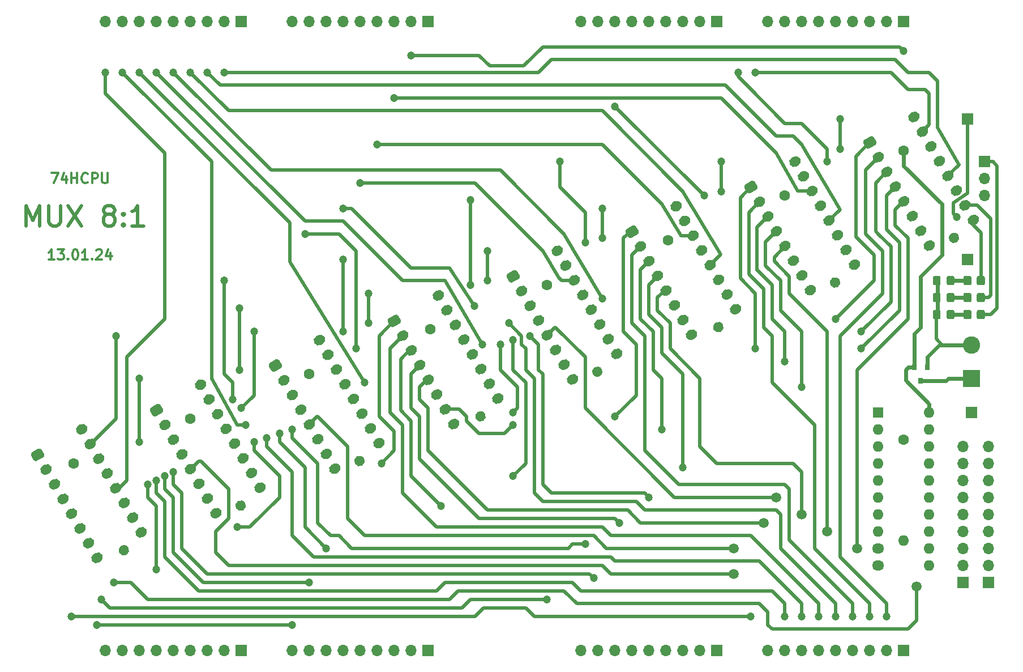
<source format=gbr>
%TF.GenerationSoftware,KiCad,Pcbnew,(5.1.8)-1*%
%TF.CreationDate,2024-01-21T21:17:12+03:00*%
%TF.ProjectId,MUX8x1-v5,4d555838-7831-42d7-9635-2e6b69636164,rev?*%
%TF.SameCoordinates,Original*%
%TF.FileFunction,Copper,L1,Top*%
%TF.FilePolarity,Positive*%
%FSLAX46Y46*%
G04 Gerber Fmt 4.6, Leading zero omitted, Abs format (unit mm)*
G04 Created by KiCad (PCBNEW (5.1.8)-1) date 2024-01-21 21:17:12*
%MOMM*%
%LPD*%
G01*
G04 APERTURE LIST*
%TA.AperFunction,NonConductor*%
%ADD10C,0.300000*%
%TD*%
%TA.AperFunction,NonConductor*%
%ADD11C,0.500000*%
%TD*%
%TA.AperFunction,SMDPad,CuDef*%
%ADD12R,0.800000X0.900000*%
%TD*%
%TA.AperFunction,ComponentPad*%
%ADD13R,1.700000X1.700000*%
%TD*%
%TA.AperFunction,ComponentPad*%
%ADD14O,1.700000X1.700000*%
%TD*%
%TA.AperFunction,ComponentPad*%
%ADD15O,1.600000X1.600000*%
%TD*%
%TA.AperFunction,ComponentPad*%
%ADD16O,1.800000X1.500000*%
%TD*%
%TA.AperFunction,ComponentPad*%
%ADD17R,1.600000X1.600000*%
%TD*%
%TA.AperFunction,ComponentPad*%
%ADD18C,2.600000*%
%TD*%
%TA.AperFunction,ComponentPad*%
%ADD19R,2.600000X2.600000*%
%TD*%
%TA.AperFunction,ComponentPad*%
%ADD20C,1.600000*%
%TD*%
%TA.AperFunction,ViaPad*%
%ADD21C,1.200000*%
%TD*%
%TA.AperFunction,ViaPad*%
%ADD22C,1.500000*%
%TD*%
%TA.AperFunction,Conductor*%
%ADD23C,0.600000*%
%TD*%
%TA.AperFunction,Conductor*%
%ADD24C,0.500000*%
%TD*%
G04 APERTURE END LIST*
D10*
X35512857Y-68623571D02*
X34655714Y-68623571D01*
X35084285Y-68623571D02*
X35084285Y-67123571D01*
X34941428Y-67337857D01*
X34798571Y-67480714D01*
X34655714Y-67552142D01*
X36012857Y-67123571D02*
X36941428Y-67123571D01*
X36441428Y-67695000D01*
X36655714Y-67695000D01*
X36798571Y-67766428D01*
X36870000Y-67837857D01*
X36941428Y-67980714D01*
X36941428Y-68337857D01*
X36870000Y-68480714D01*
X36798571Y-68552142D01*
X36655714Y-68623571D01*
X36227142Y-68623571D01*
X36084285Y-68552142D01*
X36012857Y-68480714D01*
X37584285Y-68480714D02*
X37655714Y-68552142D01*
X37584285Y-68623571D01*
X37512857Y-68552142D01*
X37584285Y-68480714D01*
X37584285Y-68623571D01*
X38584285Y-67123571D02*
X38727142Y-67123571D01*
X38870000Y-67195000D01*
X38941428Y-67266428D01*
X39012857Y-67409285D01*
X39084285Y-67695000D01*
X39084285Y-68052142D01*
X39012857Y-68337857D01*
X38941428Y-68480714D01*
X38870000Y-68552142D01*
X38727142Y-68623571D01*
X38584285Y-68623571D01*
X38441428Y-68552142D01*
X38370000Y-68480714D01*
X38298571Y-68337857D01*
X38227142Y-68052142D01*
X38227142Y-67695000D01*
X38298571Y-67409285D01*
X38370000Y-67266428D01*
X38441428Y-67195000D01*
X38584285Y-67123571D01*
X40512857Y-68623571D02*
X39655714Y-68623571D01*
X40084285Y-68623571D02*
X40084285Y-67123571D01*
X39941428Y-67337857D01*
X39798571Y-67480714D01*
X39655714Y-67552142D01*
X41155714Y-68480714D02*
X41227142Y-68552142D01*
X41155714Y-68623571D01*
X41084285Y-68552142D01*
X41155714Y-68480714D01*
X41155714Y-68623571D01*
X41798571Y-67266428D02*
X41870000Y-67195000D01*
X42012857Y-67123571D01*
X42370000Y-67123571D01*
X42512857Y-67195000D01*
X42584285Y-67266428D01*
X42655714Y-67409285D01*
X42655714Y-67552142D01*
X42584285Y-67766428D01*
X41727142Y-68623571D01*
X42655714Y-68623571D01*
X43941428Y-67623571D02*
X43941428Y-68623571D01*
X43584285Y-67052142D02*
X43227142Y-68123571D01*
X44155714Y-68123571D01*
D11*
X31290714Y-63587142D02*
X31290714Y-60587142D01*
X32290714Y-62730000D01*
X33290714Y-60587142D01*
X33290714Y-63587142D01*
X34719285Y-60587142D02*
X34719285Y-63015714D01*
X34862142Y-63301428D01*
X35005000Y-63444285D01*
X35290714Y-63587142D01*
X35862142Y-63587142D01*
X36147857Y-63444285D01*
X36290714Y-63301428D01*
X36433571Y-63015714D01*
X36433571Y-60587142D01*
X37576428Y-60587142D02*
X39576428Y-63587142D01*
X39576428Y-60587142D02*
X37576428Y-63587142D01*
X43433571Y-61872857D02*
X43147857Y-61730000D01*
X43005000Y-61587142D01*
X42862142Y-61301428D01*
X42862142Y-61158571D01*
X43005000Y-60872857D01*
X43147857Y-60730000D01*
X43433571Y-60587142D01*
X44005000Y-60587142D01*
X44290714Y-60730000D01*
X44433571Y-60872857D01*
X44576428Y-61158571D01*
X44576428Y-61301428D01*
X44433571Y-61587142D01*
X44290714Y-61730000D01*
X44005000Y-61872857D01*
X43433571Y-61872857D01*
X43147857Y-62015714D01*
X43005000Y-62158571D01*
X42862142Y-62444285D01*
X42862142Y-63015714D01*
X43005000Y-63301428D01*
X43147857Y-63444285D01*
X43433571Y-63587142D01*
X44005000Y-63587142D01*
X44290714Y-63444285D01*
X44433571Y-63301428D01*
X44576428Y-63015714D01*
X44576428Y-62444285D01*
X44433571Y-62158571D01*
X44290714Y-62015714D01*
X44005000Y-61872857D01*
X45862142Y-63301428D02*
X46005000Y-63444285D01*
X45862142Y-63587142D01*
X45719285Y-63444285D01*
X45862142Y-63301428D01*
X45862142Y-63587142D01*
X45862142Y-61730000D02*
X46005000Y-61872857D01*
X45862142Y-62015714D01*
X45719285Y-61872857D01*
X45862142Y-61730000D01*
X45862142Y-62015714D01*
X48862142Y-63587142D02*
X47147857Y-63587142D01*
X48005000Y-63587142D02*
X48005000Y-60587142D01*
X47719285Y-61015714D01*
X47433571Y-61301428D01*
X47147857Y-61444285D01*
D10*
X35084285Y-55693571D02*
X36084285Y-55693571D01*
X35441428Y-57193571D01*
X37298571Y-56193571D02*
X37298571Y-57193571D01*
X36941428Y-55622142D02*
X36584285Y-56693571D01*
X37512857Y-56693571D01*
X38084285Y-57193571D02*
X38084285Y-55693571D01*
X38084285Y-56407857D02*
X38941428Y-56407857D01*
X38941428Y-57193571D02*
X38941428Y-55693571D01*
X40512857Y-57050714D02*
X40441428Y-57122142D01*
X40227142Y-57193571D01*
X40084285Y-57193571D01*
X39870000Y-57122142D01*
X39727142Y-56979285D01*
X39655714Y-56836428D01*
X39584285Y-56550714D01*
X39584285Y-56336428D01*
X39655714Y-56050714D01*
X39727142Y-55907857D01*
X39870000Y-55765000D01*
X40084285Y-55693571D01*
X40227142Y-55693571D01*
X40441428Y-55765000D01*
X40512857Y-55836428D01*
X41155714Y-57193571D02*
X41155714Y-55693571D01*
X41727142Y-55693571D01*
X41870000Y-55765000D01*
X41941428Y-55836428D01*
X42012857Y-55979285D01*
X42012857Y-56193571D01*
X41941428Y-56336428D01*
X41870000Y-56407857D01*
X41727142Y-56479285D01*
X41155714Y-56479285D01*
X42655714Y-55693571D02*
X42655714Y-56907857D01*
X42727142Y-57050714D01*
X42798571Y-57122142D01*
X42941428Y-57193571D01*
X43227142Y-57193571D01*
X43370000Y-57122142D01*
X43441428Y-57050714D01*
X43512857Y-56907857D01*
X43512857Y-55693571D01*
D12*
%TO.P,Q1,3*%
%TO.N,Net-(J9-Pad1)*%
X165100000Y-86725000D03*
%TO.P,Q1,2*%
%TO.N,VCC*%
X164150000Y-84725000D03*
%TO.P,Q1,1*%
%TO.N,GND*%
X166050000Y-84725000D03*
%TD*%
D13*
%TO.P,J20,1*%
%TO.N,/~EH*%
X172085000Y-68580000D03*
%TD*%
D14*
%TO.P,J11,9*%
%TO.N,/C7*%
X142240000Y-127000000D03*
%TO.P,J11,8*%
%TO.N,/C6*%
X144780000Y-127000000D03*
%TO.P,J11,7*%
%TO.N,/C5*%
X147320000Y-127000000D03*
%TO.P,J11,6*%
%TO.N,/C4*%
X149860000Y-127000000D03*
%TO.P,J11,5*%
%TO.N,/C3*%
X152400000Y-127000000D03*
%TO.P,J11,4*%
%TO.N,/C2*%
X154940000Y-127000000D03*
%TO.P,J11,3*%
%TO.N,/C1*%
X157480000Y-127000000D03*
%TO.P,J11,2*%
%TO.N,/C0*%
X160020000Y-127000000D03*
D13*
%TO.P,J11,1*%
%TO.N,GND*%
X162560000Y-127000000D03*
%TD*%
D15*
%TO.P,U9,20*%
%TO.N,VCC*%
X166370000Y-91440000D03*
D16*
%TO.P,U9,10*%
%TO.N,GND*%
X158750000Y-114300000D03*
D15*
%TO.P,U9,19*%
%TO.N,/~OE*%
X166370000Y-93980000D03*
D16*
%TO.P,U9,9*%
%TO.N,/O0*%
X158750000Y-111760000D03*
D15*
%TO.P,U9,18*%
%TO.N,/BUS7*%
X166370000Y-96520000D03*
%TO.P,U9,8*%
%TO.N,/O1*%
X158750000Y-109220000D03*
%TO.P,U9,17*%
%TO.N,/BUS6*%
X166370000Y-99060000D03*
%TO.P,U9,7*%
%TO.N,/O2*%
X158750000Y-106680000D03*
%TO.P,U9,16*%
%TO.N,/BUS5*%
X166370000Y-101600000D03*
%TO.P,U9,6*%
%TO.N,/O3*%
X158750000Y-104140000D03*
%TO.P,U9,15*%
%TO.N,/BUS4*%
X166370000Y-104140000D03*
%TO.P,U9,5*%
%TO.N,/O4*%
X158750000Y-101600000D03*
%TO.P,U9,14*%
%TO.N,/BUS3*%
X166370000Y-106680000D03*
%TO.P,U9,4*%
%TO.N,/O5*%
X158750000Y-99060000D03*
%TO.P,U9,13*%
%TO.N,/BUS2*%
X166370000Y-109220000D03*
%TO.P,U9,3*%
%TO.N,/O6*%
X158750000Y-96520000D03*
%TO.P,U9,12*%
%TO.N,/BUS1*%
X166370000Y-111760000D03*
%TO.P,U9,2*%
%TO.N,/O7*%
X158750000Y-93980000D03*
%TO.P,U9,11*%
%TO.N,/BUS0*%
X166370000Y-114300000D03*
D17*
%TO.P,U9,1*%
%TO.N,Net-(R2-Pad1)*%
X158750000Y-91440000D03*
%TD*%
%TO.P,U8,16*%
%TO.N,VCC*%
%TA.AperFunction,ComponentPad*%
G36*
G01*
X38839691Y-94430000D02*
X38839691Y-94430000D01*
G75*
G02*
X39114210Y-93405481I649519J375000D01*
G01*
X39374018Y-93255481D01*
G75*
G02*
X40398537Y-93530000I375000J-649519D01*
G01*
X40398537Y-93530000D01*
G75*
G02*
X40124018Y-94554519I-649519J-375000D01*
G01*
X39864210Y-94704519D01*
G75*
G02*
X38839691Y-94430000I-375000J649519D01*
G01*
G37*
%TD.AperFunction*%
%TO.P,U8,8*%
%TO.N,GND*%
%TA.AperFunction,ComponentPad*%
G36*
G01*
X41130577Y-113637932D02*
X41130577Y-113637932D01*
G75*
G02*
X41405096Y-112613413I649519J375000D01*
G01*
X41664904Y-112463413D01*
G75*
G02*
X42689423Y-112737932I375000J-649519D01*
G01*
X42689423Y-112737932D01*
G75*
G02*
X42414904Y-113762451I-649519J-375000D01*
G01*
X42155096Y-113912451D01*
G75*
G02*
X41130577Y-113637932I-375000J649519D01*
G01*
G37*
%TD.AperFunction*%
%TO.P,U8,15*%
%TO.N,/E7*%
%TA.AperFunction,ComponentPad*%
G36*
G01*
X40109691Y-96629705D02*
X40109691Y-96629705D01*
G75*
G02*
X40384210Y-95605186I649519J375000D01*
G01*
X40644018Y-95455186D01*
G75*
G02*
X41668537Y-95729705I375000J-649519D01*
G01*
X41668537Y-95729705D01*
G75*
G02*
X41394018Y-96754224I-649519J-375000D01*
G01*
X41134210Y-96904224D01*
G75*
G02*
X40109691Y-96629705I-375000J649519D01*
G01*
G37*
%TD.AperFunction*%
%TO.P,U8,7*%
%TO.N,/~EH*%
%TA.AperFunction,ComponentPad*%
G36*
G01*
X39860577Y-111438227D02*
X39860577Y-111438227D01*
G75*
G02*
X40135096Y-110413708I649519J375000D01*
G01*
X40394904Y-110263708D01*
G75*
G02*
X41419423Y-110538227I375000J-649519D01*
G01*
X41419423Y-110538227D01*
G75*
G02*
X41144904Y-111562746I-649519J-375000D01*
G01*
X40885096Y-111712746D01*
G75*
G02*
X39860577Y-111438227I-375000J649519D01*
G01*
G37*
%TD.AperFunction*%
%TO.P,U8,14*%
%TO.N,/F7*%
%TA.AperFunction,ComponentPad*%
G36*
G01*
X41379691Y-98829409D02*
X41379691Y-98829409D01*
G75*
G02*
X41654210Y-97804890I649519J375000D01*
G01*
X41914018Y-97654890D01*
G75*
G02*
X42938537Y-97929409I375000J-649519D01*
G01*
X42938537Y-97929409D01*
G75*
G02*
X42664018Y-98953928I-649519J-375000D01*
G01*
X42404210Y-99103928D01*
G75*
G02*
X41379691Y-98829409I-375000J649519D01*
G01*
G37*
%TD.AperFunction*%
%TO.P,U8,6*%
%TO.N,Net-(U8-Pad6)*%
%TA.AperFunction,ComponentPad*%
G36*
G01*
X38590577Y-109238523D02*
X38590577Y-109238523D01*
G75*
G02*
X38865096Y-108214004I649519J375000D01*
G01*
X39124904Y-108064004D01*
G75*
G02*
X40149423Y-108338523I375000J-649519D01*
G01*
X40149423Y-108338523D01*
G75*
G02*
X39874904Y-109363042I-649519J-375000D01*
G01*
X39615096Y-109513042D01*
G75*
G02*
X38590577Y-109238523I-375000J649519D01*
G01*
G37*
%TD.AperFunction*%
%TO.P,U8,13*%
%TO.N,/G7*%
%TA.AperFunction,ComponentPad*%
G36*
G01*
X42649691Y-101029114D02*
X42649691Y-101029114D01*
G75*
G02*
X42924210Y-100004595I649519J375000D01*
G01*
X43184018Y-99854595D01*
G75*
G02*
X44208537Y-100129114I375000J-649519D01*
G01*
X44208537Y-100129114D01*
G75*
G02*
X43934018Y-101153633I-649519J-375000D01*
G01*
X43674210Y-101303633D01*
G75*
G02*
X42649691Y-101029114I-375000J649519D01*
G01*
G37*
%TD.AperFunction*%
%TO.P,U8,5*%
%TO.N,/O7*%
%TA.AperFunction,ComponentPad*%
G36*
G01*
X37320577Y-107038818D02*
X37320577Y-107038818D01*
G75*
G02*
X37595096Y-106014299I649519J375000D01*
G01*
X37854904Y-105864299D01*
G75*
G02*
X38879423Y-106138818I375000J-649519D01*
G01*
X38879423Y-106138818D01*
G75*
G02*
X38604904Y-107163337I-649519J-375000D01*
G01*
X38345096Y-107313337D01*
G75*
G02*
X37320577Y-107038818I-375000J649519D01*
G01*
G37*
%TD.AperFunction*%
%TO.P,U8,12*%
%TO.N,/H7*%
%TA.AperFunction,ComponentPad*%
G36*
G01*
X43919691Y-103228818D02*
X43919691Y-103228818D01*
G75*
G02*
X44194210Y-102204299I649519J375000D01*
G01*
X44454018Y-102054299D01*
G75*
G02*
X45478537Y-102328818I375000J-649519D01*
G01*
X45478537Y-102328818D01*
G75*
G02*
X45204018Y-103353337I-649519J-375000D01*
G01*
X44944210Y-103503337D01*
G75*
G02*
X43919691Y-103228818I-375000J649519D01*
G01*
G37*
%TD.AperFunction*%
%TO.P,U8,4*%
%TO.N,/A7*%
%TA.AperFunction,ComponentPad*%
G36*
G01*
X36050577Y-104839114D02*
X36050577Y-104839114D01*
G75*
G02*
X36325096Y-103814595I649519J375000D01*
G01*
X36584904Y-103664595D01*
G75*
G02*
X37609423Y-103939114I375000J-649519D01*
G01*
X37609423Y-103939114D01*
G75*
G02*
X37334904Y-104963633I-649519J-375000D01*
G01*
X37075096Y-105113633D01*
G75*
G02*
X36050577Y-104839114I-375000J649519D01*
G01*
G37*
%TD.AperFunction*%
%TO.P,U8,11*%
%TO.N,/S0*%
%TA.AperFunction,ComponentPad*%
G36*
G01*
X45189691Y-105428523D02*
X45189691Y-105428523D01*
G75*
G02*
X45464210Y-104404004I649519J375000D01*
G01*
X45724018Y-104254004D01*
G75*
G02*
X46748537Y-104528523I375000J-649519D01*
G01*
X46748537Y-104528523D01*
G75*
G02*
X46474018Y-105553042I-649519J-375000D01*
G01*
X46214210Y-105703042D01*
G75*
G02*
X45189691Y-105428523I-375000J649519D01*
G01*
G37*
%TD.AperFunction*%
%TO.P,U8,3*%
%TO.N,/B7*%
%TA.AperFunction,ComponentPad*%
G36*
G01*
X34780577Y-102639409D02*
X34780577Y-102639409D01*
G75*
G02*
X35055096Y-101614890I649519J375000D01*
G01*
X35314904Y-101464890D01*
G75*
G02*
X36339423Y-101739409I375000J-649519D01*
G01*
X36339423Y-101739409D01*
G75*
G02*
X36064904Y-102763928I-649519J-375000D01*
G01*
X35805096Y-102913928D01*
G75*
G02*
X34780577Y-102639409I-375000J649519D01*
G01*
G37*
%TD.AperFunction*%
%TO.P,U8,10*%
%TO.N,/S1*%
%TA.AperFunction,ComponentPad*%
G36*
G01*
X46459691Y-107628227D02*
X46459691Y-107628227D01*
G75*
G02*
X46734210Y-106603708I649519J375000D01*
G01*
X46994018Y-106453708D01*
G75*
G02*
X48018537Y-106728227I375000J-649519D01*
G01*
X48018537Y-106728227D01*
G75*
G02*
X47744018Y-107752746I-649519J-375000D01*
G01*
X47484210Y-107902746D01*
G75*
G02*
X46459691Y-107628227I-375000J649519D01*
G01*
G37*
%TD.AperFunction*%
%TO.P,U8,2*%
%TO.N,/C7*%
%TA.AperFunction,ComponentPad*%
G36*
G01*
X33510577Y-100439705D02*
X33510577Y-100439705D01*
G75*
G02*
X33785096Y-99415186I649519J375000D01*
G01*
X34044904Y-99265186D01*
G75*
G02*
X35069423Y-99539705I375000J-649519D01*
G01*
X35069423Y-99539705D01*
G75*
G02*
X34794904Y-100564224I-649519J-375000D01*
G01*
X34535096Y-100714224D01*
G75*
G02*
X33510577Y-100439705I-375000J649519D01*
G01*
G37*
%TD.AperFunction*%
%TO.P,U8,9*%
%TO.N,/S2*%
%TA.AperFunction,ComponentPad*%
G36*
G01*
X47729691Y-109827932D02*
X47729691Y-109827932D01*
G75*
G02*
X48004210Y-108803413I649519J375000D01*
G01*
X48264018Y-108653413D01*
G75*
G02*
X49288537Y-108927932I375000J-649519D01*
G01*
X49288537Y-108927932D01*
G75*
G02*
X49014018Y-109952451I-649519J-375000D01*
G01*
X48754210Y-110102451D01*
G75*
G02*
X47729691Y-109827932I-375000J649519D01*
G01*
G37*
%TD.AperFunction*%
%TO.P,U8,1*%
%TO.N,/D7*%
%TA.AperFunction,ComponentPad*%
G36*
G01*
X32428077Y-98564760D02*
X32053077Y-97915240D01*
G75*
G02*
X32190337Y-97402980I324760J187500D01*
G01*
X33099663Y-96877980D01*
G75*
G02*
X33611923Y-97015240I187500J-324760D01*
G01*
X33986923Y-97664760D01*
G75*
G02*
X33849663Y-98177020I-324760J-187500D01*
G01*
X32940337Y-98702020D01*
G75*
G02*
X32428077Y-98564760I-187500J324760D01*
G01*
G37*
%TD.AperFunction*%
%TD*%
%TO.P,U7,16*%
%TO.N,VCC*%
%TA.AperFunction,ComponentPad*%
G36*
G01*
X56619691Y-87762500D02*
X56619691Y-87762500D01*
G75*
G02*
X56894210Y-86737981I649519J375000D01*
G01*
X57154018Y-86587981D01*
G75*
G02*
X58178537Y-86862500I375000J-649519D01*
G01*
X58178537Y-86862500D01*
G75*
G02*
X57904018Y-87887019I-649519J-375000D01*
G01*
X57644210Y-88037019D01*
G75*
G02*
X56619691Y-87762500I-375000J649519D01*
G01*
G37*
%TD.AperFunction*%
%TO.P,U7,8*%
%TO.N,GND*%
%TA.AperFunction,ComponentPad*%
G36*
G01*
X58910577Y-106970432D02*
X58910577Y-106970432D01*
G75*
G02*
X59185096Y-105945913I649519J375000D01*
G01*
X59444904Y-105795913D01*
G75*
G02*
X60469423Y-106070432I375000J-649519D01*
G01*
X60469423Y-106070432D01*
G75*
G02*
X60194904Y-107094951I-649519J-375000D01*
G01*
X59935096Y-107244951D01*
G75*
G02*
X58910577Y-106970432I-375000J649519D01*
G01*
G37*
%TD.AperFunction*%
%TO.P,U7,15*%
%TO.N,/E6*%
%TA.AperFunction,ComponentPad*%
G36*
G01*
X57889691Y-89962205D02*
X57889691Y-89962205D01*
G75*
G02*
X58164210Y-88937686I649519J375000D01*
G01*
X58424018Y-88787686D01*
G75*
G02*
X59448537Y-89062205I375000J-649519D01*
G01*
X59448537Y-89062205D01*
G75*
G02*
X59174018Y-90086724I-649519J-375000D01*
G01*
X58914210Y-90236724D01*
G75*
G02*
X57889691Y-89962205I-375000J649519D01*
G01*
G37*
%TD.AperFunction*%
%TO.P,U7,7*%
%TO.N,/~EH*%
%TA.AperFunction,ComponentPad*%
G36*
G01*
X57640577Y-104770727D02*
X57640577Y-104770727D01*
G75*
G02*
X57915096Y-103746208I649519J375000D01*
G01*
X58174904Y-103596208D01*
G75*
G02*
X59199423Y-103870727I375000J-649519D01*
G01*
X59199423Y-103870727D01*
G75*
G02*
X58924904Y-104895246I-649519J-375000D01*
G01*
X58665096Y-105045246D01*
G75*
G02*
X57640577Y-104770727I-375000J649519D01*
G01*
G37*
%TD.AperFunction*%
%TO.P,U7,14*%
%TO.N,/F6*%
%TA.AperFunction,ComponentPad*%
G36*
G01*
X59159691Y-92161909D02*
X59159691Y-92161909D01*
G75*
G02*
X59434210Y-91137390I649519J375000D01*
G01*
X59694018Y-90987390D01*
G75*
G02*
X60718537Y-91261909I375000J-649519D01*
G01*
X60718537Y-91261909D01*
G75*
G02*
X60444018Y-92286428I-649519J-375000D01*
G01*
X60184210Y-92436428D01*
G75*
G02*
X59159691Y-92161909I-375000J649519D01*
G01*
G37*
%TD.AperFunction*%
%TO.P,U7,6*%
%TO.N,Net-(U7-Pad6)*%
%TA.AperFunction,ComponentPad*%
G36*
G01*
X56370577Y-102571023D02*
X56370577Y-102571023D01*
G75*
G02*
X56645096Y-101546504I649519J375000D01*
G01*
X56904904Y-101396504D01*
G75*
G02*
X57929423Y-101671023I375000J-649519D01*
G01*
X57929423Y-101671023D01*
G75*
G02*
X57654904Y-102695542I-649519J-375000D01*
G01*
X57395096Y-102845542D01*
G75*
G02*
X56370577Y-102571023I-375000J649519D01*
G01*
G37*
%TD.AperFunction*%
%TO.P,U7,13*%
%TO.N,/G6*%
%TA.AperFunction,ComponentPad*%
G36*
G01*
X60429691Y-94361614D02*
X60429691Y-94361614D01*
G75*
G02*
X60704210Y-93337095I649519J375000D01*
G01*
X60964018Y-93187095D01*
G75*
G02*
X61988537Y-93461614I375000J-649519D01*
G01*
X61988537Y-93461614D01*
G75*
G02*
X61714018Y-94486133I-649519J-375000D01*
G01*
X61454210Y-94636133D01*
G75*
G02*
X60429691Y-94361614I-375000J649519D01*
G01*
G37*
%TD.AperFunction*%
%TO.P,U7,5*%
%TO.N,/O6*%
%TA.AperFunction,ComponentPad*%
G36*
G01*
X55100577Y-100371318D02*
X55100577Y-100371318D01*
G75*
G02*
X55375096Y-99346799I649519J375000D01*
G01*
X55634904Y-99196799D01*
G75*
G02*
X56659423Y-99471318I375000J-649519D01*
G01*
X56659423Y-99471318D01*
G75*
G02*
X56384904Y-100495837I-649519J-375000D01*
G01*
X56125096Y-100645837D01*
G75*
G02*
X55100577Y-100371318I-375000J649519D01*
G01*
G37*
%TD.AperFunction*%
%TO.P,U7,12*%
%TO.N,/H6*%
%TA.AperFunction,ComponentPad*%
G36*
G01*
X61699691Y-96561318D02*
X61699691Y-96561318D01*
G75*
G02*
X61974210Y-95536799I649519J375000D01*
G01*
X62234018Y-95386799D01*
G75*
G02*
X63258537Y-95661318I375000J-649519D01*
G01*
X63258537Y-95661318D01*
G75*
G02*
X62984018Y-96685837I-649519J-375000D01*
G01*
X62724210Y-96835837D01*
G75*
G02*
X61699691Y-96561318I-375000J649519D01*
G01*
G37*
%TD.AperFunction*%
%TO.P,U7,4*%
%TO.N,/A6*%
%TA.AperFunction,ComponentPad*%
G36*
G01*
X53830577Y-98171614D02*
X53830577Y-98171614D01*
G75*
G02*
X54105096Y-97147095I649519J375000D01*
G01*
X54364904Y-96997095D01*
G75*
G02*
X55389423Y-97271614I375000J-649519D01*
G01*
X55389423Y-97271614D01*
G75*
G02*
X55114904Y-98296133I-649519J-375000D01*
G01*
X54855096Y-98446133D01*
G75*
G02*
X53830577Y-98171614I-375000J649519D01*
G01*
G37*
%TD.AperFunction*%
%TO.P,U7,11*%
%TO.N,/S0*%
%TA.AperFunction,ComponentPad*%
G36*
G01*
X62969691Y-98761023D02*
X62969691Y-98761023D01*
G75*
G02*
X63244210Y-97736504I649519J375000D01*
G01*
X63504018Y-97586504D01*
G75*
G02*
X64528537Y-97861023I375000J-649519D01*
G01*
X64528537Y-97861023D01*
G75*
G02*
X64254018Y-98885542I-649519J-375000D01*
G01*
X63994210Y-99035542D01*
G75*
G02*
X62969691Y-98761023I-375000J649519D01*
G01*
G37*
%TD.AperFunction*%
%TO.P,U7,3*%
%TO.N,/B6*%
%TA.AperFunction,ComponentPad*%
G36*
G01*
X52560577Y-95971909D02*
X52560577Y-95971909D01*
G75*
G02*
X52835096Y-94947390I649519J375000D01*
G01*
X53094904Y-94797390D01*
G75*
G02*
X54119423Y-95071909I375000J-649519D01*
G01*
X54119423Y-95071909D01*
G75*
G02*
X53844904Y-96096428I-649519J-375000D01*
G01*
X53585096Y-96246428D01*
G75*
G02*
X52560577Y-95971909I-375000J649519D01*
G01*
G37*
%TD.AperFunction*%
%TO.P,U7,10*%
%TO.N,/S1*%
%TA.AperFunction,ComponentPad*%
G36*
G01*
X64239691Y-100960727D02*
X64239691Y-100960727D01*
G75*
G02*
X64514210Y-99936208I649519J375000D01*
G01*
X64774018Y-99786208D01*
G75*
G02*
X65798537Y-100060727I375000J-649519D01*
G01*
X65798537Y-100060727D01*
G75*
G02*
X65524018Y-101085246I-649519J-375000D01*
G01*
X65264210Y-101235246D01*
G75*
G02*
X64239691Y-100960727I-375000J649519D01*
G01*
G37*
%TD.AperFunction*%
%TO.P,U7,2*%
%TO.N,/C6*%
%TA.AperFunction,ComponentPad*%
G36*
G01*
X51290577Y-93772205D02*
X51290577Y-93772205D01*
G75*
G02*
X51565096Y-92747686I649519J375000D01*
G01*
X51824904Y-92597686D01*
G75*
G02*
X52849423Y-92872205I375000J-649519D01*
G01*
X52849423Y-92872205D01*
G75*
G02*
X52574904Y-93896724I-649519J-375000D01*
G01*
X52315096Y-94046724D01*
G75*
G02*
X51290577Y-93772205I-375000J649519D01*
G01*
G37*
%TD.AperFunction*%
%TO.P,U7,9*%
%TO.N,/S2*%
%TA.AperFunction,ComponentPad*%
G36*
G01*
X65509691Y-103160432D02*
X65509691Y-103160432D01*
G75*
G02*
X65784210Y-102135913I649519J375000D01*
G01*
X66044018Y-101985913D01*
G75*
G02*
X67068537Y-102260432I375000J-649519D01*
G01*
X67068537Y-102260432D01*
G75*
G02*
X66794018Y-103284951I-649519J-375000D01*
G01*
X66534210Y-103434951D01*
G75*
G02*
X65509691Y-103160432I-375000J649519D01*
G01*
G37*
%TD.AperFunction*%
%TO.P,U7,1*%
%TO.N,/D6*%
%TA.AperFunction,ComponentPad*%
G36*
G01*
X50208077Y-91897260D02*
X49833077Y-91247740D01*
G75*
G02*
X49970337Y-90735480I324760J187500D01*
G01*
X50879663Y-90210480D01*
G75*
G02*
X51391923Y-90347740I187500J-324760D01*
G01*
X51766923Y-90997260D01*
G75*
G02*
X51629663Y-91509520I-324760J-187500D01*
G01*
X50720337Y-92034520D01*
G75*
G02*
X50208077Y-91897260I-187500J324760D01*
G01*
G37*
%TD.AperFunction*%
%TD*%
%TO.P,U6,16*%
%TO.N,VCC*%
%TA.AperFunction,ComponentPad*%
G36*
G01*
X74399691Y-81095000D02*
X74399691Y-81095000D01*
G75*
G02*
X74674210Y-80070481I649519J375000D01*
G01*
X74934018Y-79920481D01*
G75*
G02*
X75958537Y-80195000I375000J-649519D01*
G01*
X75958537Y-80195000D01*
G75*
G02*
X75684018Y-81219519I-649519J-375000D01*
G01*
X75424210Y-81369519D01*
G75*
G02*
X74399691Y-81095000I-375000J649519D01*
G01*
G37*
%TD.AperFunction*%
%TO.P,U6,8*%
%TO.N,GND*%
%TA.AperFunction,ComponentPad*%
G36*
G01*
X76690577Y-100302932D02*
X76690577Y-100302932D01*
G75*
G02*
X76965096Y-99278413I649519J375000D01*
G01*
X77224904Y-99128413D01*
G75*
G02*
X78249423Y-99402932I375000J-649519D01*
G01*
X78249423Y-99402932D01*
G75*
G02*
X77974904Y-100427451I-649519J-375000D01*
G01*
X77715096Y-100577451D01*
G75*
G02*
X76690577Y-100302932I-375000J649519D01*
G01*
G37*
%TD.AperFunction*%
%TO.P,U6,15*%
%TO.N,/E5*%
%TA.AperFunction,ComponentPad*%
G36*
G01*
X75669691Y-83294705D02*
X75669691Y-83294705D01*
G75*
G02*
X75944210Y-82270186I649519J375000D01*
G01*
X76204018Y-82120186D01*
G75*
G02*
X77228537Y-82394705I375000J-649519D01*
G01*
X77228537Y-82394705D01*
G75*
G02*
X76954018Y-83419224I-649519J-375000D01*
G01*
X76694210Y-83569224D01*
G75*
G02*
X75669691Y-83294705I-375000J649519D01*
G01*
G37*
%TD.AperFunction*%
%TO.P,U6,7*%
%TO.N,/~EH*%
%TA.AperFunction,ComponentPad*%
G36*
G01*
X75420577Y-98103227D02*
X75420577Y-98103227D01*
G75*
G02*
X75695096Y-97078708I649519J375000D01*
G01*
X75954904Y-96928708D01*
G75*
G02*
X76979423Y-97203227I375000J-649519D01*
G01*
X76979423Y-97203227D01*
G75*
G02*
X76704904Y-98227746I-649519J-375000D01*
G01*
X76445096Y-98377746D01*
G75*
G02*
X75420577Y-98103227I-375000J649519D01*
G01*
G37*
%TD.AperFunction*%
%TO.P,U6,14*%
%TO.N,/F5*%
%TA.AperFunction,ComponentPad*%
G36*
G01*
X76939691Y-85494409D02*
X76939691Y-85494409D01*
G75*
G02*
X77214210Y-84469890I649519J375000D01*
G01*
X77474018Y-84319890D01*
G75*
G02*
X78498537Y-84594409I375000J-649519D01*
G01*
X78498537Y-84594409D01*
G75*
G02*
X78224018Y-85618928I-649519J-375000D01*
G01*
X77964210Y-85768928D01*
G75*
G02*
X76939691Y-85494409I-375000J649519D01*
G01*
G37*
%TD.AperFunction*%
%TO.P,U6,6*%
%TO.N,Net-(U6-Pad6)*%
%TA.AperFunction,ComponentPad*%
G36*
G01*
X74150577Y-95903523D02*
X74150577Y-95903523D01*
G75*
G02*
X74425096Y-94879004I649519J375000D01*
G01*
X74684904Y-94729004D01*
G75*
G02*
X75709423Y-95003523I375000J-649519D01*
G01*
X75709423Y-95003523D01*
G75*
G02*
X75434904Y-96028042I-649519J-375000D01*
G01*
X75175096Y-96178042D01*
G75*
G02*
X74150577Y-95903523I-375000J649519D01*
G01*
G37*
%TD.AperFunction*%
%TO.P,U6,13*%
%TO.N,/G5*%
%TA.AperFunction,ComponentPad*%
G36*
G01*
X78209691Y-87694114D02*
X78209691Y-87694114D01*
G75*
G02*
X78484210Y-86669595I649519J375000D01*
G01*
X78744018Y-86519595D01*
G75*
G02*
X79768537Y-86794114I375000J-649519D01*
G01*
X79768537Y-86794114D01*
G75*
G02*
X79494018Y-87818633I-649519J-375000D01*
G01*
X79234210Y-87968633D01*
G75*
G02*
X78209691Y-87694114I-375000J649519D01*
G01*
G37*
%TD.AperFunction*%
%TO.P,U6,5*%
%TO.N,/O5*%
%TA.AperFunction,ComponentPad*%
G36*
G01*
X72880577Y-93703818D02*
X72880577Y-93703818D01*
G75*
G02*
X73155096Y-92679299I649519J375000D01*
G01*
X73414904Y-92529299D01*
G75*
G02*
X74439423Y-92803818I375000J-649519D01*
G01*
X74439423Y-92803818D01*
G75*
G02*
X74164904Y-93828337I-649519J-375000D01*
G01*
X73905096Y-93978337D01*
G75*
G02*
X72880577Y-93703818I-375000J649519D01*
G01*
G37*
%TD.AperFunction*%
%TO.P,U6,12*%
%TO.N,/H5*%
%TA.AperFunction,ComponentPad*%
G36*
G01*
X79479691Y-89893818D02*
X79479691Y-89893818D01*
G75*
G02*
X79754210Y-88869299I649519J375000D01*
G01*
X80014018Y-88719299D01*
G75*
G02*
X81038537Y-88993818I375000J-649519D01*
G01*
X81038537Y-88993818D01*
G75*
G02*
X80764018Y-90018337I-649519J-375000D01*
G01*
X80504210Y-90168337D01*
G75*
G02*
X79479691Y-89893818I-375000J649519D01*
G01*
G37*
%TD.AperFunction*%
%TO.P,U6,4*%
%TO.N,/A5*%
%TA.AperFunction,ComponentPad*%
G36*
G01*
X71610577Y-91504114D02*
X71610577Y-91504114D01*
G75*
G02*
X71885096Y-90479595I649519J375000D01*
G01*
X72144904Y-90329595D01*
G75*
G02*
X73169423Y-90604114I375000J-649519D01*
G01*
X73169423Y-90604114D01*
G75*
G02*
X72894904Y-91628633I-649519J-375000D01*
G01*
X72635096Y-91778633D01*
G75*
G02*
X71610577Y-91504114I-375000J649519D01*
G01*
G37*
%TD.AperFunction*%
%TO.P,U6,11*%
%TO.N,/S0*%
%TA.AperFunction,ComponentPad*%
G36*
G01*
X80749691Y-92093523D02*
X80749691Y-92093523D01*
G75*
G02*
X81024210Y-91069004I649519J375000D01*
G01*
X81284018Y-90919004D01*
G75*
G02*
X82308537Y-91193523I375000J-649519D01*
G01*
X82308537Y-91193523D01*
G75*
G02*
X82034018Y-92218042I-649519J-375000D01*
G01*
X81774210Y-92368042D01*
G75*
G02*
X80749691Y-92093523I-375000J649519D01*
G01*
G37*
%TD.AperFunction*%
%TO.P,U6,3*%
%TO.N,/B5*%
%TA.AperFunction,ComponentPad*%
G36*
G01*
X70340577Y-89304409D02*
X70340577Y-89304409D01*
G75*
G02*
X70615096Y-88279890I649519J375000D01*
G01*
X70874904Y-88129890D01*
G75*
G02*
X71899423Y-88404409I375000J-649519D01*
G01*
X71899423Y-88404409D01*
G75*
G02*
X71624904Y-89428928I-649519J-375000D01*
G01*
X71365096Y-89578928D01*
G75*
G02*
X70340577Y-89304409I-375000J649519D01*
G01*
G37*
%TD.AperFunction*%
%TO.P,U6,10*%
%TO.N,/S1*%
%TA.AperFunction,ComponentPad*%
G36*
G01*
X82019691Y-94293227D02*
X82019691Y-94293227D01*
G75*
G02*
X82294210Y-93268708I649519J375000D01*
G01*
X82554018Y-93118708D01*
G75*
G02*
X83578537Y-93393227I375000J-649519D01*
G01*
X83578537Y-93393227D01*
G75*
G02*
X83304018Y-94417746I-649519J-375000D01*
G01*
X83044210Y-94567746D01*
G75*
G02*
X82019691Y-94293227I-375000J649519D01*
G01*
G37*
%TD.AperFunction*%
%TO.P,U6,2*%
%TO.N,/C5*%
%TA.AperFunction,ComponentPad*%
G36*
G01*
X69070577Y-87104705D02*
X69070577Y-87104705D01*
G75*
G02*
X69345096Y-86080186I649519J375000D01*
G01*
X69604904Y-85930186D01*
G75*
G02*
X70629423Y-86204705I375000J-649519D01*
G01*
X70629423Y-86204705D01*
G75*
G02*
X70354904Y-87229224I-649519J-375000D01*
G01*
X70095096Y-87379224D01*
G75*
G02*
X69070577Y-87104705I-375000J649519D01*
G01*
G37*
%TD.AperFunction*%
%TO.P,U6,9*%
%TO.N,/S2*%
%TA.AperFunction,ComponentPad*%
G36*
G01*
X83289691Y-96492932D02*
X83289691Y-96492932D01*
G75*
G02*
X83564210Y-95468413I649519J375000D01*
G01*
X83824018Y-95318413D01*
G75*
G02*
X84848537Y-95592932I375000J-649519D01*
G01*
X84848537Y-95592932D01*
G75*
G02*
X84574018Y-96617451I-649519J-375000D01*
G01*
X84314210Y-96767451D01*
G75*
G02*
X83289691Y-96492932I-375000J649519D01*
G01*
G37*
%TD.AperFunction*%
%TO.P,U6,1*%
%TO.N,/D5*%
%TA.AperFunction,ComponentPad*%
G36*
G01*
X67988077Y-85229760D02*
X67613077Y-84580240D01*
G75*
G02*
X67750337Y-84067980I324760J187500D01*
G01*
X68659663Y-83542980D01*
G75*
G02*
X69171923Y-83680240I187500J-324760D01*
G01*
X69546923Y-84329760D01*
G75*
G02*
X69409663Y-84842020I-324760J-187500D01*
G01*
X68500337Y-85367020D01*
G75*
G02*
X67988077Y-85229760I-187500J324760D01*
G01*
G37*
%TD.AperFunction*%
%TD*%
%TO.P,U5,16*%
%TO.N,VCC*%
%TA.AperFunction,ComponentPad*%
G36*
G01*
X92179691Y-74427500D02*
X92179691Y-74427500D01*
G75*
G02*
X92454210Y-73402981I649519J375000D01*
G01*
X92714018Y-73252981D01*
G75*
G02*
X93738537Y-73527500I375000J-649519D01*
G01*
X93738537Y-73527500D01*
G75*
G02*
X93464018Y-74552019I-649519J-375000D01*
G01*
X93204210Y-74702019D01*
G75*
G02*
X92179691Y-74427500I-375000J649519D01*
G01*
G37*
%TD.AperFunction*%
%TO.P,U5,8*%
%TO.N,GND*%
%TA.AperFunction,ComponentPad*%
G36*
G01*
X94470577Y-93635432D02*
X94470577Y-93635432D01*
G75*
G02*
X94745096Y-92610913I649519J375000D01*
G01*
X95004904Y-92460913D01*
G75*
G02*
X96029423Y-92735432I375000J-649519D01*
G01*
X96029423Y-92735432D01*
G75*
G02*
X95754904Y-93759951I-649519J-375000D01*
G01*
X95495096Y-93909951D01*
G75*
G02*
X94470577Y-93635432I-375000J649519D01*
G01*
G37*
%TD.AperFunction*%
%TO.P,U5,15*%
%TO.N,/E4*%
%TA.AperFunction,ComponentPad*%
G36*
G01*
X93449691Y-76627205D02*
X93449691Y-76627205D01*
G75*
G02*
X93724210Y-75602686I649519J375000D01*
G01*
X93984018Y-75452686D01*
G75*
G02*
X95008537Y-75727205I375000J-649519D01*
G01*
X95008537Y-75727205D01*
G75*
G02*
X94734018Y-76751724I-649519J-375000D01*
G01*
X94474210Y-76901724D01*
G75*
G02*
X93449691Y-76627205I-375000J649519D01*
G01*
G37*
%TD.AperFunction*%
%TO.P,U5,7*%
%TO.N,/~EH*%
%TA.AperFunction,ComponentPad*%
G36*
G01*
X93200577Y-91435727D02*
X93200577Y-91435727D01*
G75*
G02*
X93475096Y-90411208I649519J375000D01*
G01*
X93734904Y-90261208D01*
G75*
G02*
X94759423Y-90535727I375000J-649519D01*
G01*
X94759423Y-90535727D01*
G75*
G02*
X94484904Y-91560246I-649519J-375000D01*
G01*
X94225096Y-91710246D01*
G75*
G02*
X93200577Y-91435727I-375000J649519D01*
G01*
G37*
%TD.AperFunction*%
%TO.P,U5,14*%
%TO.N,/F4*%
%TA.AperFunction,ComponentPad*%
G36*
G01*
X94719691Y-78826909D02*
X94719691Y-78826909D01*
G75*
G02*
X94994210Y-77802390I649519J375000D01*
G01*
X95254018Y-77652390D01*
G75*
G02*
X96278537Y-77926909I375000J-649519D01*
G01*
X96278537Y-77926909D01*
G75*
G02*
X96004018Y-78951428I-649519J-375000D01*
G01*
X95744210Y-79101428D01*
G75*
G02*
X94719691Y-78826909I-375000J649519D01*
G01*
G37*
%TD.AperFunction*%
%TO.P,U5,6*%
%TO.N,Net-(U5-Pad6)*%
%TA.AperFunction,ComponentPad*%
G36*
G01*
X91930577Y-89236023D02*
X91930577Y-89236023D01*
G75*
G02*
X92205096Y-88211504I649519J375000D01*
G01*
X92464904Y-88061504D01*
G75*
G02*
X93489423Y-88336023I375000J-649519D01*
G01*
X93489423Y-88336023D01*
G75*
G02*
X93214904Y-89360542I-649519J-375000D01*
G01*
X92955096Y-89510542D01*
G75*
G02*
X91930577Y-89236023I-375000J649519D01*
G01*
G37*
%TD.AperFunction*%
%TO.P,U5,13*%
%TO.N,/G4*%
%TA.AperFunction,ComponentPad*%
G36*
G01*
X95989691Y-81026614D02*
X95989691Y-81026614D01*
G75*
G02*
X96264210Y-80002095I649519J375000D01*
G01*
X96524018Y-79852095D01*
G75*
G02*
X97548537Y-80126614I375000J-649519D01*
G01*
X97548537Y-80126614D01*
G75*
G02*
X97274018Y-81151133I-649519J-375000D01*
G01*
X97014210Y-81301133D01*
G75*
G02*
X95989691Y-81026614I-375000J649519D01*
G01*
G37*
%TD.AperFunction*%
%TO.P,U5,5*%
%TO.N,/O4*%
%TA.AperFunction,ComponentPad*%
G36*
G01*
X90660577Y-87036318D02*
X90660577Y-87036318D01*
G75*
G02*
X90935096Y-86011799I649519J375000D01*
G01*
X91194904Y-85861799D01*
G75*
G02*
X92219423Y-86136318I375000J-649519D01*
G01*
X92219423Y-86136318D01*
G75*
G02*
X91944904Y-87160837I-649519J-375000D01*
G01*
X91685096Y-87310837D01*
G75*
G02*
X90660577Y-87036318I-375000J649519D01*
G01*
G37*
%TD.AperFunction*%
%TO.P,U5,12*%
%TO.N,/H4*%
%TA.AperFunction,ComponentPad*%
G36*
G01*
X97259691Y-83226318D02*
X97259691Y-83226318D01*
G75*
G02*
X97534210Y-82201799I649519J375000D01*
G01*
X97794018Y-82051799D01*
G75*
G02*
X98818537Y-82326318I375000J-649519D01*
G01*
X98818537Y-82326318D01*
G75*
G02*
X98544018Y-83350837I-649519J-375000D01*
G01*
X98284210Y-83500837D01*
G75*
G02*
X97259691Y-83226318I-375000J649519D01*
G01*
G37*
%TD.AperFunction*%
%TO.P,U5,4*%
%TO.N,/A4*%
%TA.AperFunction,ComponentPad*%
G36*
G01*
X89390577Y-84836614D02*
X89390577Y-84836614D01*
G75*
G02*
X89665096Y-83812095I649519J375000D01*
G01*
X89924904Y-83662095D01*
G75*
G02*
X90949423Y-83936614I375000J-649519D01*
G01*
X90949423Y-83936614D01*
G75*
G02*
X90674904Y-84961133I-649519J-375000D01*
G01*
X90415096Y-85111133D01*
G75*
G02*
X89390577Y-84836614I-375000J649519D01*
G01*
G37*
%TD.AperFunction*%
%TO.P,U5,11*%
%TO.N,/S0*%
%TA.AperFunction,ComponentPad*%
G36*
G01*
X98529691Y-85426023D02*
X98529691Y-85426023D01*
G75*
G02*
X98804210Y-84401504I649519J375000D01*
G01*
X99064018Y-84251504D01*
G75*
G02*
X100088537Y-84526023I375000J-649519D01*
G01*
X100088537Y-84526023D01*
G75*
G02*
X99814018Y-85550542I-649519J-375000D01*
G01*
X99554210Y-85700542D01*
G75*
G02*
X98529691Y-85426023I-375000J649519D01*
G01*
G37*
%TD.AperFunction*%
%TO.P,U5,3*%
%TO.N,/B4*%
%TA.AperFunction,ComponentPad*%
G36*
G01*
X88120577Y-82636909D02*
X88120577Y-82636909D01*
G75*
G02*
X88395096Y-81612390I649519J375000D01*
G01*
X88654904Y-81462390D01*
G75*
G02*
X89679423Y-81736909I375000J-649519D01*
G01*
X89679423Y-81736909D01*
G75*
G02*
X89404904Y-82761428I-649519J-375000D01*
G01*
X89145096Y-82911428D01*
G75*
G02*
X88120577Y-82636909I-375000J649519D01*
G01*
G37*
%TD.AperFunction*%
%TO.P,U5,10*%
%TO.N,/S1*%
%TA.AperFunction,ComponentPad*%
G36*
G01*
X99799691Y-87625727D02*
X99799691Y-87625727D01*
G75*
G02*
X100074210Y-86601208I649519J375000D01*
G01*
X100334018Y-86451208D01*
G75*
G02*
X101358537Y-86725727I375000J-649519D01*
G01*
X101358537Y-86725727D01*
G75*
G02*
X101084018Y-87750246I-649519J-375000D01*
G01*
X100824210Y-87900246D01*
G75*
G02*
X99799691Y-87625727I-375000J649519D01*
G01*
G37*
%TD.AperFunction*%
%TO.P,U5,2*%
%TO.N,/C4*%
%TA.AperFunction,ComponentPad*%
G36*
G01*
X86850577Y-80437205D02*
X86850577Y-80437205D01*
G75*
G02*
X87125096Y-79412686I649519J375000D01*
G01*
X87384904Y-79262686D01*
G75*
G02*
X88409423Y-79537205I375000J-649519D01*
G01*
X88409423Y-79537205D01*
G75*
G02*
X88134904Y-80561724I-649519J-375000D01*
G01*
X87875096Y-80711724D01*
G75*
G02*
X86850577Y-80437205I-375000J649519D01*
G01*
G37*
%TD.AperFunction*%
%TO.P,U5,9*%
%TO.N,/S2*%
%TA.AperFunction,ComponentPad*%
G36*
G01*
X101069691Y-89825432D02*
X101069691Y-89825432D01*
G75*
G02*
X101344210Y-88800913I649519J375000D01*
G01*
X101604018Y-88650913D01*
G75*
G02*
X102628537Y-88925432I375000J-649519D01*
G01*
X102628537Y-88925432D01*
G75*
G02*
X102354018Y-89949951I-649519J-375000D01*
G01*
X102094210Y-90099951D01*
G75*
G02*
X101069691Y-89825432I-375000J649519D01*
G01*
G37*
%TD.AperFunction*%
%TO.P,U5,1*%
%TO.N,/D4*%
%TA.AperFunction,ComponentPad*%
G36*
G01*
X85768077Y-78562260D02*
X85393077Y-77912740D01*
G75*
G02*
X85530337Y-77400480I324760J187500D01*
G01*
X86439663Y-76875480D01*
G75*
G02*
X86951923Y-77012740I187500J-324760D01*
G01*
X87326923Y-77662260D01*
G75*
G02*
X87189663Y-78174520I-324760J-187500D01*
G01*
X86280337Y-78699520D01*
G75*
G02*
X85768077Y-78562260I-187500J324760D01*
G01*
G37*
%TD.AperFunction*%
%TD*%
%TO.P,U4,16*%
%TO.N,VCC*%
%TA.AperFunction,ComponentPad*%
G36*
G01*
X109959691Y-67760000D02*
X109959691Y-67760000D01*
G75*
G02*
X110234210Y-66735481I649519J375000D01*
G01*
X110494018Y-66585481D01*
G75*
G02*
X111518537Y-66860000I375000J-649519D01*
G01*
X111518537Y-66860000D01*
G75*
G02*
X111244018Y-67884519I-649519J-375000D01*
G01*
X110984210Y-68034519D01*
G75*
G02*
X109959691Y-67760000I-375000J649519D01*
G01*
G37*
%TD.AperFunction*%
%TO.P,U4,8*%
%TO.N,GND*%
%TA.AperFunction,ComponentPad*%
G36*
G01*
X112250577Y-86967932D02*
X112250577Y-86967932D01*
G75*
G02*
X112525096Y-85943413I649519J375000D01*
G01*
X112784904Y-85793413D01*
G75*
G02*
X113809423Y-86067932I375000J-649519D01*
G01*
X113809423Y-86067932D01*
G75*
G02*
X113534904Y-87092451I-649519J-375000D01*
G01*
X113275096Y-87242451D01*
G75*
G02*
X112250577Y-86967932I-375000J649519D01*
G01*
G37*
%TD.AperFunction*%
%TO.P,U4,15*%
%TO.N,/E3*%
%TA.AperFunction,ComponentPad*%
G36*
G01*
X111229691Y-69959705D02*
X111229691Y-69959705D01*
G75*
G02*
X111504210Y-68935186I649519J375000D01*
G01*
X111764018Y-68785186D01*
G75*
G02*
X112788537Y-69059705I375000J-649519D01*
G01*
X112788537Y-69059705D01*
G75*
G02*
X112514018Y-70084224I-649519J-375000D01*
G01*
X112254210Y-70234224D01*
G75*
G02*
X111229691Y-69959705I-375000J649519D01*
G01*
G37*
%TD.AperFunction*%
%TO.P,U4,7*%
%TO.N,/~EL*%
%TA.AperFunction,ComponentPad*%
G36*
G01*
X110980577Y-84768227D02*
X110980577Y-84768227D01*
G75*
G02*
X111255096Y-83743708I649519J375000D01*
G01*
X111514904Y-83593708D01*
G75*
G02*
X112539423Y-83868227I375000J-649519D01*
G01*
X112539423Y-83868227D01*
G75*
G02*
X112264904Y-84892746I-649519J-375000D01*
G01*
X112005096Y-85042746D01*
G75*
G02*
X110980577Y-84768227I-375000J649519D01*
G01*
G37*
%TD.AperFunction*%
%TO.P,U4,14*%
%TO.N,/F3*%
%TA.AperFunction,ComponentPad*%
G36*
G01*
X112499691Y-72159409D02*
X112499691Y-72159409D01*
G75*
G02*
X112774210Y-71134890I649519J375000D01*
G01*
X113034018Y-70984890D01*
G75*
G02*
X114058537Y-71259409I375000J-649519D01*
G01*
X114058537Y-71259409D01*
G75*
G02*
X113784018Y-72283928I-649519J-375000D01*
G01*
X113524210Y-72433928D01*
G75*
G02*
X112499691Y-72159409I-375000J649519D01*
G01*
G37*
%TD.AperFunction*%
%TO.P,U4,6*%
%TO.N,Net-(U4-Pad6)*%
%TA.AperFunction,ComponentPad*%
G36*
G01*
X109710577Y-82568523D02*
X109710577Y-82568523D01*
G75*
G02*
X109985096Y-81544004I649519J375000D01*
G01*
X110244904Y-81394004D01*
G75*
G02*
X111269423Y-81668523I375000J-649519D01*
G01*
X111269423Y-81668523D01*
G75*
G02*
X110994904Y-82693042I-649519J-375000D01*
G01*
X110735096Y-82843042D01*
G75*
G02*
X109710577Y-82568523I-375000J649519D01*
G01*
G37*
%TD.AperFunction*%
%TO.P,U4,13*%
%TO.N,/G3*%
%TA.AperFunction,ComponentPad*%
G36*
G01*
X113769691Y-74359114D02*
X113769691Y-74359114D01*
G75*
G02*
X114044210Y-73334595I649519J375000D01*
G01*
X114304018Y-73184595D01*
G75*
G02*
X115328537Y-73459114I375000J-649519D01*
G01*
X115328537Y-73459114D01*
G75*
G02*
X115054018Y-74483633I-649519J-375000D01*
G01*
X114794210Y-74633633D01*
G75*
G02*
X113769691Y-74359114I-375000J649519D01*
G01*
G37*
%TD.AperFunction*%
%TO.P,U4,5*%
%TO.N,/O3*%
%TA.AperFunction,ComponentPad*%
G36*
G01*
X108440577Y-80368818D02*
X108440577Y-80368818D01*
G75*
G02*
X108715096Y-79344299I649519J375000D01*
G01*
X108974904Y-79194299D01*
G75*
G02*
X109999423Y-79468818I375000J-649519D01*
G01*
X109999423Y-79468818D01*
G75*
G02*
X109724904Y-80493337I-649519J-375000D01*
G01*
X109465096Y-80643337D01*
G75*
G02*
X108440577Y-80368818I-375000J649519D01*
G01*
G37*
%TD.AperFunction*%
%TO.P,U4,12*%
%TO.N,/H3*%
%TA.AperFunction,ComponentPad*%
G36*
G01*
X115039691Y-76558818D02*
X115039691Y-76558818D01*
G75*
G02*
X115314210Y-75534299I649519J375000D01*
G01*
X115574018Y-75384299D01*
G75*
G02*
X116598537Y-75658818I375000J-649519D01*
G01*
X116598537Y-75658818D01*
G75*
G02*
X116324018Y-76683337I-649519J-375000D01*
G01*
X116064210Y-76833337D01*
G75*
G02*
X115039691Y-76558818I-375000J649519D01*
G01*
G37*
%TD.AperFunction*%
%TO.P,U4,4*%
%TO.N,/A3*%
%TA.AperFunction,ComponentPad*%
G36*
G01*
X107170577Y-78169114D02*
X107170577Y-78169114D01*
G75*
G02*
X107445096Y-77144595I649519J375000D01*
G01*
X107704904Y-76994595D01*
G75*
G02*
X108729423Y-77269114I375000J-649519D01*
G01*
X108729423Y-77269114D01*
G75*
G02*
X108454904Y-78293633I-649519J-375000D01*
G01*
X108195096Y-78443633D01*
G75*
G02*
X107170577Y-78169114I-375000J649519D01*
G01*
G37*
%TD.AperFunction*%
%TO.P,U4,11*%
%TO.N,/S0*%
%TA.AperFunction,ComponentPad*%
G36*
G01*
X116309691Y-78758523D02*
X116309691Y-78758523D01*
G75*
G02*
X116584210Y-77734004I649519J375000D01*
G01*
X116844018Y-77584004D01*
G75*
G02*
X117868537Y-77858523I375000J-649519D01*
G01*
X117868537Y-77858523D01*
G75*
G02*
X117594018Y-78883042I-649519J-375000D01*
G01*
X117334210Y-79033042D01*
G75*
G02*
X116309691Y-78758523I-375000J649519D01*
G01*
G37*
%TD.AperFunction*%
%TO.P,U4,3*%
%TO.N,/B3*%
%TA.AperFunction,ComponentPad*%
G36*
G01*
X105900577Y-75969409D02*
X105900577Y-75969409D01*
G75*
G02*
X106175096Y-74944890I649519J375000D01*
G01*
X106434904Y-74794890D01*
G75*
G02*
X107459423Y-75069409I375000J-649519D01*
G01*
X107459423Y-75069409D01*
G75*
G02*
X107184904Y-76093928I-649519J-375000D01*
G01*
X106925096Y-76243928D01*
G75*
G02*
X105900577Y-75969409I-375000J649519D01*
G01*
G37*
%TD.AperFunction*%
%TO.P,U4,10*%
%TO.N,/S1*%
%TA.AperFunction,ComponentPad*%
G36*
G01*
X117579691Y-80958227D02*
X117579691Y-80958227D01*
G75*
G02*
X117854210Y-79933708I649519J375000D01*
G01*
X118114018Y-79783708D01*
G75*
G02*
X119138537Y-80058227I375000J-649519D01*
G01*
X119138537Y-80058227D01*
G75*
G02*
X118864018Y-81082746I-649519J-375000D01*
G01*
X118604210Y-81232746D01*
G75*
G02*
X117579691Y-80958227I-375000J649519D01*
G01*
G37*
%TD.AperFunction*%
%TO.P,U4,2*%
%TO.N,/C3*%
%TA.AperFunction,ComponentPad*%
G36*
G01*
X104630577Y-73769705D02*
X104630577Y-73769705D01*
G75*
G02*
X104905096Y-72745186I649519J375000D01*
G01*
X105164904Y-72595186D01*
G75*
G02*
X106189423Y-72869705I375000J-649519D01*
G01*
X106189423Y-72869705D01*
G75*
G02*
X105914904Y-73894224I-649519J-375000D01*
G01*
X105655096Y-74044224D01*
G75*
G02*
X104630577Y-73769705I-375000J649519D01*
G01*
G37*
%TD.AperFunction*%
%TO.P,U4,9*%
%TO.N,/S2*%
%TA.AperFunction,ComponentPad*%
G36*
G01*
X118849691Y-83157932D02*
X118849691Y-83157932D01*
G75*
G02*
X119124210Y-82133413I649519J375000D01*
G01*
X119384018Y-81983413D01*
G75*
G02*
X120408537Y-82257932I375000J-649519D01*
G01*
X120408537Y-82257932D01*
G75*
G02*
X120134018Y-83282451I-649519J-375000D01*
G01*
X119874210Y-83432451D01*
G75*
G02*
X118849691Y-83157932I-375000J649519D01*
G01*
G37*
%TD.AperFunction*%
%TO.P,U4,1*%
%TO.N,/D3*%
%TA.AperFunction,ComponentPad*%
G36*
G01*
X103548077Y-71894760D02*
X103173077Y-71245240D01*
G75*
G02*
X103310337Y-70732980I324760J187500D01*
G01*
X104219663Y-70207980D01*
G75*
G02*
X104731923Y-70345240I187500J-324760D01*
G01*
X105106923Y-70994760D01*
G75*
G02*
X104969663Y-71507020I-324760J-187500D01*
G01*
X104060337Y-72032020D01*
G75*
G02*
X103548077Y-71894760I-187500J324760D01*
G01*
G37*
%TD.AperFunction*%
%TD*%
%TO.P,U3,16*%
%TO.N,VCC*%
%TA.AperFunction,ComponentPad*%
G36*
G01*
X127739691Y-61092500D02*
X127739691Y-61092500D01*
G75*
G02*
X128014210Y-60067981I649519J375000D01*
G01*
X128274018Y-59917981D01*
G75*
G02*
X129298537Y-60192500I375000J-649519D01*
G01*
X129298537Y-60192500D01*
G75*
G02*
X129024018Y-61217019I-649519J-375000D01*
G01*
X128764210Y-61367019D01*
G75*
G02*
X127739691Y-61092500I-375000J649519D01*
G01*
G37*
%TD.AperFunction*%
%TO.P,U3,8*%
%TO.N,GND*%
%TA.AperFunction,ComponentPad*%
G36*
G01*
X130030577Y-80300432D02*
X130030577Y-80300432D01*
G75*
G02*
X130305096Y-79275913I649519J375000D01*
G01*
X130564904Y-79125913D01*
G75*
G02*
X131589423Y-79400432I375000J-649519D01*
G01*
X131589423Y-79400432D01*
G75*
G02*
X131314904Y-80424951I-649519J-375000D01*
G01*
X131055096Y-80574951D01*
G75*
G02*
X130030577Y-80300432I-375000J649519D01*
G01*
G37*
%TD.AperFunction*%
%TO.P,U3,15*%
%TO.N,/E2*%
%TA.AperFunction,ComponentPad*%
G36*
G01*
X129009691Y-63292205D02*
X129009691Y-63292205D01*
G75*
G02*
X129284210Y-62267686I649519J375000D01*
G01*
X129544018Y-62117686D01*
G75*
G02*
X130568537Y-62392205I375000J-649519D01*
G01*
X130568537Y-62392205D01*
G75*
G02*
X130294018Y-63416724I-649519J-375000D01*
G01*
X130034210Y-63566724D01*
G75*
G02*
X129009691Y-63292205I-375000J649519D01*
G01*
G37*
%TD.AperFunction*%
%TO.P,U3,7*%
%TO.N,/~EL*%
%TA.AperFunction,ComponentPad*%
G36*
G01*
X128760577Y-78100727D02*
X128760577Y-78100727D01*
G75*
G02*
X129035096Y-77076208I649519J375000D01*
G01*
X129294904Y-76926208D01*
G75*
G02*
X130319423Y-77200727I375000J-649519D01*
G01*
X130319423Y-77200727D01*
G75*
G02*
X130044904Y-78225246I-649519J-375000D01*
G01*
X129785096Y-78375246D01*
G75*
G02*
X128760577Y-78100727I-375000J649519D01*
G01*
G37*
%TD.AperFunction*%
%TO.P,U3,14*%
%TO.N,/F2*%
%TA.AperFunction,ComponentPad*%
G36*
G01*
X130279691Y-65491909D02*
X130279691Y-65491909D01*
G75*
G02*
X130554210Y-64467390I649519J375000D01*
G01*
X130814018Y-64317390D01*
G75*
G02*
X131838537Y-64591909I375000J-649519D01*
G01*
X131838537Y-64591909D01*
G75*
G02*
X131564018Y-65616428I-649519J-375000D01*
G01*
X131304210Y-65766428D01*
G75*
G02*
X130279691Y-65491909I-375000J649519D01*
G01*
G37*
%TD.AperFunction*%
%TO.P,U3,6*%
%TO.N,Net-(U3-Pad6)*%
%TA.AperFunction,ComponentPad*%
G36*
G01*
X127490577Y-75901023D02*
X127490577Y-75901023D01*
G75*
G02*
X127765096Y-74876504I649519J375000D01*
G01*
X128024904Y-74726504D01*
G75*
G02*
X129049423Y-75001023I375000J-649519D01*
G01*
X129049423Y-75001023D01*
G75*
G02*
X128774904Y-76025542I-649519J-375000D01*
G01*
X128515096Y-76175542D01*
G75*
G02*
X127490577Y-75901023I-375000J649519D01*
G01*
G37*
%TD.AperFunction*%
%TO.P,U3,13*%
%TO.N,/G2*%
%TA.AperFunction,ComponentPad*%
G36*
G01*
X131549691Y-67691614D02*
X131549691Y-67691614D01*
G75*
G02*
X131824210Y-66667095I649519J375000D01*
G01*
X132084018Y-66517095D01*
G75*
G02*
X133108537Y-66791614I375000J-649519D01*
G01*
X133108537Y-66791614D01*
G75*
G02*
X132834018Y-67816133I-649519J-375000D01*
G01*
X132574210Y-67966133D01*
G75*
G02*
X131549691Y-67691614I-375000J649519D01*
G01*
G37*
%TD.AperFunction*%
%TO.P,U3,5*%
%TO.N,/O2*%
%TA.AperFunction,ComponentPad*%
G36*
G01*
X126220577Y-73701318D02*
X126220577Y-73701318D01*
G75*
G02*
X126495096Y-72676799I649519J375000D01*
G01*
X126754904Y-72526799D01*
G75*
G02*
X127779423Y-72801318I375000J-649519D01*
G01*
X127779423Y-72801318D01*
G75*
G02*
X127504904Y-73825837I-649519J-375000D01*
G01*
X127245096Y-73975837D01*
G75*
G02*
X126220577Y-73701318I-375000J649519D01*
G01*
G37*
%TD.AperFunction*%
%TO.P,U3,12*%
%TO.N,/H2*%
%TA.AperFunction,ComponentPad*%
G36*
G01*
X132819691Y-69891318D02*
X132819691Y-69891318D01*
G75*
G02*
X133094210Y-68866799I649519J375000D01*
G01*
X133354018Y-68716799D01*
G75*
G02*
X134378537Y-68991318I375000J-649519D01*
G01*
X134378537Y-68991318D01*
G75*
G02*
X134104018Y-70015837I-649519J-375000D01*
G01*
X133844210Y-70165837D01*
G75*
G02*
X132819691Y-69891318I-375000J649519D01*
G01*
G37*
%TD.AperFunction*%
%TO.P,U3,4*%
%TO.N,/A2*%
%TA.AperFunction,ComponentPad*%
G36*
G01*
X124950577Y-71501614D02*
X124950577Y-71501614D01*
G75*
G02*
X125225096Y-70477095I649519J375000D01*
G01*
X125484904Y-70327095D01*
G75*
G02*
X126509423Y-70601614I375000J-649519D01*
G01*
X126509423Y-70601614D01*
G75*
G02*
X126234904Y-71626133I-649519J-375000D01*
G01*
X125975096Y-71776133D01*
G75*
G02*
X124950577Y-71501614I-375000J649519D01*
G01*
G37*
%TD.AperFunction*%
%TO.P,U3,11*%
%TO.N,/S0*%
%TA.AperFunction,ComponentPad*%
G36*
G01*
X134089691Y-72091023D02*
X134089691Y-72091023D01*
G75*
G02*
X134364210Y-71066504I649519J375000D01*
G01*
X134624018Y-70916504D01*
G75*
G02*
X135648537Y-71191023I375000J-649519D01*
G01*
X135648537Y-71191023D01*
G75*
G02*
X135374018Y-72215542I-649519J-375000D01*
G01*
X135114210Y-72365542D01*
G75*
G02*
X134089691Y-72091023I-375000J649519D01*
G01*
G37*
%TD.AperFunction*%
%TO.P,U3,3*%
%TO.N,/B2*%
%TA.AperFunction,ComponentPad*%
G36*
G01*
X123680577Y-69301909D02*
X123680577Y-69301909D01*
G75*
G02*
X123955096Y-68277390I649519J375000D01*
G01*
X124214904Y-68127390D01*
G75*
G02*
X125239423Y-68401909I375000J-649519D01*
G01*
X125239423Y-68401909D01*
G75*
G02*
X124964904Y-69426428I-649519J-375000D01*
G01*
X124705096Y-69576428D01*
G75*
G02*
X123680577Y-69301909I-375000J649519D01*
G01*
G37*
%TD.AperFunction*%
%TO.P,U3,10*%
%TO.N,/S1*%
%TA.AperFunction,ComponentPad*%
G36*
G01*
X135359691Y-74290727D02*
X135359691Y-74290727D01*
G75*
G02*
X135634210Y-73266208I649519J375000D01*
G01*
X135894018Y-73116208D01*
G75*
G02*
X136918537Y-73390727I375000J-649519D01*
G01*
X136918537Y-73390727D01*
G75*
G02*
X136644018Y-74415246I-649519J-375000D01*
G01*
X136384210Y-74565246D01*
G75*
G02*
X135359691Y-74290727I-375000J649519D01*
G01*
G37*
%TD.AperFunction*%
%TO.P,U3,2*%
%TO.N,/C2*%
%TA.AperFunction,ComponentPad*%
G36*
G01*
X122410577Y-67102205D02*
X122410577Y-67102205D01*
G75*
G02*
X122685096Y-66077686I649519J375000D01*
G01*
X122944904Y-65927686D01*
G75*
G02*
X123969423Y-66202205I375000J-649519D01*
G01*
X123969423Y-66202205D01*
G75*
G02*
X123694904Y-67226724I-649519J-375000D01*
G01*
X123435096Y-67376724D01*
G75*
G02*
X122410577Y-67102205I-375000J649519D01*
G01*
G37*
%TD.AperFunction*%
%TO.P,U3,9*%
%TO.N,/S2*%
%TA.AperFunction,ComponentPad*%
G36*
G01*
X136629691Y-76490432D02*
X136629691Y-76490432D01*
G75*
G02*
X136904210Y-75465913I649519J375000D01*
G01*
X137164018Y-75315913D01*
G75*
G02*
X138188537Y-75590432I375000J-649519D01*
G01*
X138188537Y-75590432D01*
G75*
G02*
X137914018Y-76614951I-649519J-375000D01*
G01*
X137654210Y-76764951D01*
G75*
G02*
X136629691Y-76490432I-375000J649519D01*
G01*
G37*
%TD.AperFunction*%
%TO.P,U3,1*%
%TO.N,/D2*%
%TA.AperFunction,ComponentPad*%
G36*
G01*
X121328077Y-65227260D02*
X120953077Y-64577740D01*
G75*
G02*
X121090337Y-64065480I324760J187500D01*
G01*
X121999663Y-63540480D01*
G75*
G02*
X122511923Y-63677740I187500J-324760D01*
G01*
X122886923Y-64327260D01*
G75*
G02*
X122749663Y-64839520I-324760J-187500D01*
G01*
X121840337Y-65364520D01*
G75*
G02*
X121328077Y-65227260I-187500J324760D01*
G01*
G37*
%TD.AperFunction*%
%TD*%
%TO.P,U2,16*%
%TO.N,VCC*%
%TA.AperFunction,ComponentPad*%
G36*
G01*
X145519691Y-54425000D02*
X145519691Y-54425000D01*
G75*
G02*
X145794210Y-53400481I649519J375000D01*
G01*
X146054018Y-53250481D01*
G75*
G02*
X147078537Y-53525000I375000J-649519D01*
G01*
X147078537Y-53525000D01*
G75*
G02*
X146804018Y-54549519I-649519J-375000D01*
G01*
X146544210Y-54699519D01*
G75*
G02*
X145519691Y-54425000I-375000J649519D01*
G01*
G37*
%TD.AperFunction*%
%TO.P,U2,8*%
%TO.N,GND*%
%TA.AperFunction,ComponentPad*%
G36*
G01*
X147810577Y-73632932D02*
X147810577Y-73632932D01*
G75*
G02*
X148085096Y-72608413I649519J375000D01*
G01*
X148344904Y-72458413D01*
G75*
G02*
X149369423Y-72732932I375000J-649519D01*
G01*
X149369423Y-72732932D01*
G75*
G02*
X149094904Y-73757451I-649519J-375000D01*
G01*
X148835096Y-73907451D01*
G75*
G02*
X147810577Y-73632932I-375000J649519D01*
G01*
G37*
%TD.AperFunction*%
%TO.P,U2,15*%
%TO.N,/E1*%
%TA.AperFunction,ComponentPad*%
G36*
G01*
X146789691Y-56624705D02*
X146789691Y-56624705D01*
G75*
G02*
X147064210Y-55600186I649519J375000D01*
G01*
X147324018Y-55450186D01*
G75*
G02*
X148348537Y-55724705I375000J-649519D01*
G01*
X148348537Y-55724705D01*
G75*
G02*
X148074018Y-56749224I-649519J-375000D01*
G01*
X147814210Y-56899224D01*
G75*
G02*
X146789691Y-56624705I-375000J649519D01*
G01*
G37*
%TD.AperFunction*%
%TO.P,U2,7*%
%TO.N,/~EL*%
%TA.AperFunction,ComponentPad*%
G36*
G01*
X146540577Y-71433227D02*
X146540577Y-71433227D01*
G75*
G02*
X146815096Y-70408708I649519J375000D01*
G01*
X147074904Y-70258708D01*
G75*
G02*
X148099423Y-70533227I375000J-649519D01*
G01*
X148099423Y-70533227D01*
G75*
G02*
X147824904Y-71557746I-649519J-375000D01*
G01*
X147565096Y-71707746D01*
G75*
G02*
X146540577Y-71433227I-375000J649519D01*
G01*
G37*
%TD.AperFunction*%
%TO.P,U2,14*%
%TO.N,/F1*%
%TA.AperFunction,ComponentPad*%
G36*
G01*
X148059691Y-58824409D02*
X148059691Y-58824409D01*
G75*
G02*
X148334210Y-57799890I649519J375000D01*
G01*
X148594018Y-57649890D01*
G75*
G02*
X149618537Y-57924409I375000J-649519D01*
G01*
X149618537Y-57924409D01*
G75*
G02*
X149344018Y-58948928I-649519J-375000D01*
G01*
X149084210Y-59098928D01*
G75*
G02*
X148059691Y-58824409I-375000J649519D01*
G01*
G37*
%TD.AperFunction*%
%TO.P,U2,6*%
%TO.N,Net-(U2-Pad6)*%
%TA.AperFunction,ComponentPad*%
G36*
G01*
X145270577Y-69233523D02*
X145270577Y-69233523D01*
G75*
G02*
X145545096Y-68209004I649519J375000D01*
G01*
X145804904Y-68059004D01*
G75*
G02*
X146829423Y-68333523I375000J-649519D01*
G01*
X146829423Y-68333523D01*
G75*
G02*
X146554904Y-69358042I-649519J-375000D01*
G01*
X146295096Y-69508042D01*
G75*
G02*
X145270577Y-69233523I-375000J649519D01*
G01*
G37*
%TD.AperFunction*%
%TO.P,U2,13*%
%TO.N,/G1*%
%TA.AperFunction,ComponentPad*%
G36*
G01*
X149329691Y-61024114D02*
X149329691Y-61024114D01*
G75*
G02*
X149604210Y-59999595I649519J375000D01*
G01*
X149864018Y-59849595D01*
G75*
G02*
X150888537Y-60124114I375000J-649519D01*
G01*
X150888537Y-60124114D01*
G75*
G02*
X150614018Y-61148633I-649519J-375000D01*
G01*
X150354210Y-61298633D01*
G75*
G02*
X149329691Y-61024114I-375000J649519D01*
G01*
G37*
%TD.AperFunction*%
%TO.P,U2,5*%
%TO.N,/O1*%
%TA.AperFunction,ComponentPad*%
G36*
G01*
X144000577Y-67033818D02*
X144000577Y-67033818D01*
G75*
G02*
X144275096Y-66009299I649519J375000D01*
G01*
X144534904Y-65859299D01*
G75*
G02*
X145559423Y-66133818I375000J-649519D01*
G01*
X145559423Y-66133818D01*
G75*
G02*
X145284904Y-67158337I-649519J-375000D01*
G01*
X145025096Y-67308337D01*
G75*
G02*
X144000577Y-67033818I-375000J649519D01*
G01*
G37*
%TD.AperFunction*%
%TO.P,U2,12*%
%TO.N,/H1*%
%TA.AperFunction,ComponentPad*%
G36*
G01*
X150599691Y-63223818D02*
X150599691Y-63223818D01*
G75*
G02*
X150874210Y-62199299I649519J375000D01*
G01*
X151134018Y-62049299D01*
G75*
G02*
X152158537Y-62323818I375000J-649519D01*
G01*
X152158537Y-62323818D01*
G75*
G02*
X151884018Y-63348337I-649519J-375000D01*
G01*
X151624210Y-63498337D01*
G75*
G02*
X150599691Y-63223818I-375000J649519D01*
G01*
G37*
%TD.AperFunction*%
%TO.P,U2,4*%
%TO.N,/A1*%
%TA.AperFunction,ComponentPad*%
G36*
G01*
X142730577Y-64834114D02*
X142730577Y-64834114D01*
G75*
G02*
X143005096Y-63809595I649519J375000D01*
G01*
X143264904Y-63659595D01*
G75*
G02*
X144289423Y-63934114I375000J-649519D01*
G01*
X144289423Y-63934114D01*
G75*
G02*
X144014904Y-64958633I-649519J-375000D01*
G01*
X143755096Y-65108633D01*
G75*
G02*
X142730577Y-64834114I-375000J649519D01*
G01*
G37*
%TD.AperFunction*%
%TO.P,U2,11*%
%TO.N,/S0*%
%TA.AperFunction,ComponentPad*%
G36*
G01*
X151869691Y-65423523D02*
X151869691Y-65423523D01*
G75*
G02*
X152144210Y-64399004I649519J375000D01*
G01*
X152404018Y-64249004D01*
G75*
G02*
X153428537Y-64523523I375000J-649519D01*
G01*
X153428537Y-64523523D01*
G75*
G02*
X153154018Y-65548042I-649519J-375000D01*
G01*
X152894210Y-65698042D01*
G75*
G02*
X151869691Y-65423523I-375000J649519D01*
G01*
G37*
%TD.AperFunction*%
%TO.P,U2,3*%
%TO.N,/B1*%
%TA.AperFunction,ComponentPad*%
G36*
G01*
X141460577Y-62634409D02*
X141460577Y-62634409D01*
G75*
G02*
X141735096Y-61609890I649519J375000D01*
G01*
X141994904Y-61459890D01*
G75*
G02*
X143019423Y-61734409I375000J-649519D01*
G01*
X143019423Y-61734409D01*
G75*
G02*
X142744904Y-62758928I-649519J-375000D01*
G01*
X142485096Y-62908928D01*
G75*
G02*
X141460577Y-62634409I-375000J649519D01*
G01*
G37*
%TD.AperFunction*%
%TO.P,U2,10*%
%TO.N,/S1*%
%TA.AperFunction,ComponentPad*%
G36*
G01*
X153139691Y-67623227D02*
X153139691Y-67623227D01*
G75*
G02*
X153414210Y-66598708I649519J375000D01*
G01*
X153674018Y-66448708D01*
G75*
G02*
X154698537Y-66723227I375000J-649519D01*
G01*
X154698537Y-66723227D01*
G75*
G02*
X154424018Y-67747746I-649519J-375000D01*
G01*
X154164210Y-67897746D01*
G75*
G02*
X153139691Y-67623227I-375000J649519D01*
G01*
G37*
%TD.AperFunction*%
%TO.P,U2,2*%
%TO.N,/C1*%
%TA.AperFunction,ComponentPad*%
G36*
G01*
X140190577Y-60434705D02*
X140190577Y-60434705D01*
G75*
G02*
X140465096Y-59410186I649519J375000D01*
G01*
X140724904Y-59260186D01*
G75*
G02*
X141749423Y-59534705I375000J-649519D01*
G01*
X141749423Y-59534705D01*
G75*
G02*
X141474904Y-60559224I-649519J-375000D01*
G01*
X141215096Y-60709224D01*
G75*
G02*
X140190577Y-60434705I-375000J649519D01*
G01*
G37*
%TD.AperFunction*%
%TO.P,U2,9*%
%TO.N,/S2*%
%TA.AperFunction,ComponentPad*%
G36*
G01*
X154409691Y-69822932D02*
X154409691Y-69822932D01*
G75*
G02*
X154684210Y-68798413I649519J375000D01*
G01*
X154944018Y-68648413D01*
G75*
G02*
X155968537Y-68922932I375000J-649519D01*
G01*
X155968537Y-68922932D01*
G75*
G02*
X155694018Y-69947451I-649519J-375000D01*
G01*
X155434210Y-70097451D01*
G75*
G02*
X154409691Y-69822932I-375000J649519D01*
G01*
G37*
%TD.AperFunction*%
%TO.P,U2,1*%
%TO.N,/D1*%
%TA.AperFunction,ComponentPad*%
G36*
G01*
X139108077Y-58559760D02*
X138733077Y-57910240D01*
G75*
G02*
X138870337Y-57397980I324760J187500D01*
G01*
X139779663Y-56872980D01*
G75*
G02*
X140291923Y-57010240I187500J-324760D01*
G01*
X140666923Y-57659760D01*
G75*
G02*
X140529663Y-58172020I-324760J-187500D01*
G01*
X139620337Y-58697020D01*
G75*
G02*
X139108077Y-58559760I-187500J324760D01*
G01*
G37*
%TD.AperFunction*%
%TD*%
%TO.P,U1,16*%
%TO.N,VCC*%
%TA.AperFunction,ComponentPad*%
G36*
G01*
X163299691Y-47757500D02*
X163299691Y-47757500D01*
G75*
G02*
X163574210Y-46732981I649519J375000D01*
G01*
X163834018Y-46582981D01*
G75*
G02*
X164858537Y-46857500I375000J-649519D01*
G01*
X164858537Y-46857500D01*
G75*
G02*
X164584018Y-47882019I-649519J-375000D01*
G01*
X164324210Y-48032019D01*
G75*
G02*
X163299691Y-47757500I-375000J649519D01*
G01*
G37*
%TD.AperFunction*%
%TO.P,U1,8*%
%TO.N,GND*%
%TA.AperFunction,ComponentPad*%
G36*
G01*
X165590577Y-66965432D02*
X165590577Y-66965432D01*
G75*
G02*
X165865096Y-65940913I649519J375000D01*
G01*
X166124904Y-65790913D01*
G75*
G02*
X167149423Y-66065432I375000J-649519D01*
G01*
X167149423Y-66065432D01*
G75*
G02*
X166874904Y-67089951I-649519J-375000D01*
G01*
X166615096Y-67239951D01*
G75*
G02*
X165590577Y-66965432I-375000J649519D01*
G01*
G37*
%TD.AperFunction*%
%TO.P,U1,15*%
%TO.N,/E0*%
%TA.AperFunction,ComponentPad*%
G36*
G01*
X164569691Y-49957205D02*
X164569691Y-49957205D01*
G75*
G02*
X164844210Y-48932686I649519J375000D01*
G01*
X165104018Y-48782686D01*
G75*
G02*
X166128537Y-49057205I375000J-649519D01*
G01*
X166128537Y-49057205D01*
G75*
G02*
X165854018Y-50081724I-649519J-375000D01*
G01*
X165594210Y-50231724D01*
G75*
G02*
X164569691Y-49957205I-375000J649519D01*
G01*
G37*
%TD.AperFunction*%
%TO.P,U1,7*%
%TO.N,/~EL*%
%TA.AperFunction,ComponentPad*%
G36*
G01*
X164320577Y-64765727D02*
X164320577Y-64765727D01*
G75*
G02*
X164595096Y-63741208I649519J375000D01*
G01*
X164854904Y-63591208D01*
G75*
G02*
X165879423Y-63865727I375000J-649519D01*
G01*
X165879423Y-63865727D01*
G75*
G02*
X165604904Y-64890246I-649519J-375000D01*
G01*
X165345096Y-65040246D01*
G75*
G02*
X164320577Y-64765727I-375000J649519D01*
G01*
G37*
%TD.AperFunction*%
%TO.P,U1,14*%
%TO.N,/F0*%
%TA.AperFunction,ComponentPad*%
G36*
G01*
X165839691Y-52156909D02*
X165839691Y-52156909D01*
G75*
G02*
X166114210Y-51132390I649519J375000D01*
G01*
X166374018Y-50982390D01*
G75*
G02*
X167398537Y-51256909I375000J-649519D01*
G01*
X167398537Y-51256909D01*
G75*
G02*
X167124018Y-52281428I-649519J-375000D01*
G01*
X166864210Y-52431428D01*
G75*
G02*
X165839691Y-52156909I-375000J649519D01*
G01*
G37*
%TD.AperFunction*%
%TO.P,U1,6*%
%TO.N,Net-(U1-Pad6)*%
%TA.AperFunction,ComponentPad*%
G36*
G01*
X163050577Y-62566023D02*
X163050577Y-62566023D01*
G75*
G02*
X163325096Y-61541504I649519J375000D01*
G01*
X163584904Y-61391504D01*
G75*
G02*
X164609423Y-61666023I375000J-649519D01*
G01*
X164609423Y-61666023D01*
G75*
G02*
X164334904Y-62690542I-649519J-375000D01*
G01*
X164075096Y-62840542D01*
G75*
G02*
X163050577Y-62566023I-375000J649519D01*
G01*
G37*
%TD.AperFunction*%
%TO.P,U1,13*%
%TO.N,/G0*%
%TA.AperFunction,ComponentPad*%
G36*
G01*
X167109691Y-54356614D02*
X167109691Y-54356614D01*
G75*
G02*
X167384210Y-53332095I649519J375000D01*
G01*
X167644018Y-53182095D01*
G75*
G02*
X168668537Y-53456614I375000J-649519D01*
G01*
X168668537Y-53456614D01*
G75*
G02*
X168394018Y-54481133I-649519J-375000D01*
G01*
X168134210Y-54631133D01*
G75*
G02*
X167109691Y-54356614I-375000J649519D01*
G01*
G37*
%TD.AperFunction*%
%TO.P,U1,5*%
%TO.N,/O0*%
%TA.AperFunction,ComponentPad*%
G36*
G01*
X161780577Y-60366318D02*
X161780577Y-60366318D01*
G75*
G02*
X162055096Y-59341799I649519J375000D01*
G01*
X162314904Y-59191799D01*
G75*
G02*
X163339423Y-59466318I375000J-649519D01*
G01*
X163339423Y-59466318D01*
G75*
G02*
X163064904Y-60490837I-649519J-375000D01*
G01*
X162805096Y-60640837D01*
G75*
G02*
X161780577Y-60366318I-375000J649519D01*
G01*
G37*
%TD.AperFunction*%
%TO.P,U1,12*%
%TO.N,/H0*%
%TA.AperFunction,ComponentPad*%
G36*
G01*
X168379691Y-56556318D02*
X168379691Y-56556318D01*
G75*
G02*
X168654210Y-55531799I649519J375000D01*
G01*
X168914018Y-55381799D01*
G75*
G02*
X169938537Y-55656318I375000J-649519D01*
G01*
X169938537Y-55656318D01*
G75*
G02*
X169664018Y-56680837I-649519J-375000D01*
G01*
X169404210Y-56830837D01*
G75*
G02*
X168379691Y-56556318I-375000J649519D01*
G01*
G37*
%TD.AperFunction*%
%TO.P,U1,4*%
%TO.N,/A0*%
%TA.AperFunction,ComponentPad*%
G36*
G01*
X160510577Y-58166614D02*
X160510577Y-58166614D01*
G75*
G02*
X160785096Y-57142095I649519J375000D01*
G01*
X161044904Y-56992095D01*
G75*
G02*
X162069423Y-57266614I375000J-649519D01*
G01*
X162069423Y-57266614D01*
G75*
G02*
X161794904Y-58291133I-649519J-375000D01*
G01*
X161535096Y-58441133D01*
G75*
G02*
X160510577Y-58166614I-375000J649519D01*
G01*
G37*
%TD.AperFunction*%
%TO.P,U1,11*%
%TO.N,/S0*%
%TA.AperFunction,ComponentPad*%
G36*
G01*
X169649691Y-58756023D02*
X169649691Y-58756023D01*
G75*
G02*
X169924210Y-57731504I649519J375000D01*
G01*
X170184018Y-57581504D01*
G75*
G02*
X171208537Y-57856023I375000J-649519D01*
G01*
X171208537Y-57856023D01*
G75*
G02*
X170934018Y-58880542I-649519J-375000D01*
G01*
X170674210Y-59030542D01*
G75*
G02*
X169649691Y-58756023I-375000J649519D01*
G01*
G37*
%TD.AperFunction*%
%TO.P,U1,3*%
%TO.N,/B0*%
%TA.AperFunction,ComponentPad*%
G36*
G01*
X159240577Y-55966909D02*
X159240577Y-55966909D01*
G75*
G02*
X159515096Y-54942390I649519J375000D01*
G01*
X159774904Y-54792390D01*
G75*
G02*
X160799423Y-55066909I375000J-649519D01*
G01*
X160799423Y-55066909D01*
G75*
G02*
X160524904Y-56091428I-649519J-375000D01*
G01*
X160265096Y-56241428D01*
G75*
G02*
X159240577Y-55966909I-375000J649519D01*
G01*
G37*
%TD.AperFunction*%
%TO.P,U1,10*%
%TO.N,/S1*%
%TA.AperFunction,ComponentPad*%
G36*
G01*
X170919691Y-60955727D02*
X170919691Y-60955727D01*
G75*
G02*
X171194210Y-59931208I649519J375000D01*
G01*
X171454018Y-59781208D01*
G75*
G02*
X172478537Y-60055727I375000J-649519D01*
G01*
X172478537Y-60055727D01*
G75*
G02*
X172204018Y-61080246I-649519J-375000D01*
G01*
X171944210Y-61230246D01*
G75*
G02*
X170919691Y-60955727I-375000J649519D01*
G01*
G37*
%TD.AperFunction*%
%TO.P,U1,2*%
%TO.N,/C0*%
%TA.AperFunction,ComponentPad*%
G36*
G01*
X157970577Y-53767205D02*
X157970577Y-53767205D01*
G75*
G02*
X158245096Y-52742686I649519J375000D01*
G01*
X158504904Y-52592686D01*
G75*
G02*
X159529423Y-52867205I375000J-649519D01*
G01*
X159529423Y-52867205D01*
G75*
G02*
X159254904Y-53891724I-649519J-375000D01*
G01*
X158995096Y-54041724D01*
G75*
G02*
X157970577Y-53767205I-375000J649519D01*
G01*
G37*
%TD.AperFunction*%
%TO.P,U1,9*%
%TO.N,/S2*%
%TA.AperFunction,ComponentPad*%
G36*
G01*
X172189691Y-63155432D02*
X172189691Y-63155432D01*
G75*
G02*
X172464210Y-62130913I649519J375000D01*
G01*
X172724018Y-61980913D01*
G75*
G02*
X173748537Y-62255432I375000J-649519D01*
G01*
X173748537Y-62255432D01*
G75*
G02*
X173474018Y-63279951I-649519J-375000D01*
G01*
X173214210Y-63429951D01*
G75*
G02*
X172189691Y-63155432I-375000J649519D01*
G01*
G37*
%TD.AperFunction*%
%TO.P,U1,1*%
%TO.N,/D0*%
%TA.AperFunction,ComponentPad*%
G36*
G01*
X156888077Y-51892260D02*
X156513077Y-51242740D01*
G75*
G02*
X156650337Y-50730480I324760J187500D01*
G01*
X157559663Y-50205480D01*
G75*
G02*
X158071923Y-50342740I187500J-324760D01*
G01*
X158446923Y-50992260D01*
G75*
G02*
X158309663Y-51504520I-324760J-187500D01*
G01*
X157400337Y-52029520D01*
G75*
G02*
X156888077Y-51892260I-187500J324760D01*
G01*
G37*
%TD.AperFunction*%
%TD*%
%TO.P,R6,2*%
%TO.N,/S2*%
%TA.AperFunction,SMDPad,CuDef*%
G36*
G01*
X173485000Y-72205001D02*
X173485000Y-71304999D01*
G75*
G02*
X173734999Y-71055000I249999J0D01*
G01*
X174435001Y-71055000D01*
G75*
G02*
X174685000Y-71304999I0J-249999D01*
G01*
X174685000Y-72205001D01*
G75*
G02*
X174435001Y-72455000I-249999J0D01*
G01*
X173734999Y-72455000D01*
G75*
G02*
X173485000Y-72205001I0J249999D01*
G01*
G37*
%TD.AperFunction*%
%TO.P,R6,1*%
%TO.N,Net-(D3-Pad2)*%
%TA.AperFunction,SMDPad,CuDef*%
G36*
G01*
X171485000Y-72205001D02*
X171485000Y-71304999D01*
G75*
G02*
X171734999Y-71055000I249999J0D01*
G01*
X172435001Y-71055000D01*
G75*
G02*
X172685000Y-71304999I0J-249999D01*
G01*
X172685000Y-72205001D01*
G75*
G02*
X172435001Y-72455000I-249999J0D01*
G01*
X171734999Y-72455000D01*
G75*
G02*
X171485000Y-72205001I0J249999D01*
G01*
G37*
%TD.AperFunction*%
%TD*%
%TO.P,R5,2*%
%TO.N,/S1*%
%TA.AperFunction,SMDPad,CuDef*%
G36*
G01*
X173485000Y-74745001D02*
X173485000Y-73844999D01*
G75*
G02*
X173734999Y-73595000I249999J0D01*
G01*
X174435001Y-73595000D01*
G75*
G02*
X174685000Y-73844999I0J-249999D01*
G01*
X174685000Y-74745001D01*
G75*
G02*
X174435001Y-74995000I-249999J0D01*
G01*
X173734999Y-74995000D01*
G75*
G02*
X173485000Y-74745001I0J249999D01*
G01*
G37*
%TD.AperFunction*%
%TO.P,R5,1*%
%TO.N,Net-(D2-Pad2)*%
%TA.AperFunction,SMDPad,CuDef*%
G36*
G01*
X171485000Y-74745001D02*
X171485000Y-73844999D01*
G75*
G02*
X171734999Y-73595000I249999J0D01*
G01*
X172435001Y-73595000D01*
G75*
G02*
X172685000Y-73844999I0J-249999D01*
G01*
X172685000Y-74745001D01*
G75*
G02*
X172435001Y-74995000I-249999J0D01*
G01*
X171734999Y-74995000D01*
G75*
G02*
X171485000Y-74745001I0J249999D01*
G01*
G37*
%TD.AperFunction*%
%TD*%
%TO.P,R4,2*%
%TO.N,/S0*%
%TA.AperFunction,SMDPad,CuDef*%
G36*
G01*
X173485000Y-77285001D02*
X173485000Y-76384999D01*
G75*
G02*
X173734999Y-76135000I249999J0D01*
G01*
X174435001Y-76135000D01*
G75*
G02*
X174685000Y-76384999I0J-249999D01*
G01*
X174685000Y-77285001D01*
G75*
G02*
X174435001Y-77535000I-249999J0D01*
G01*
X173734999Y-77535000D01*
G75*
G02*
X173485000Y-77285001I0J249999D01*
G01*
G37*
%TD.AperFunction*%
%TO.P,R4,1*%
%TO.N,Net-(D1-Pad2)*%
%TA.AperFunction,SMDPad,CuDef*%
G36*
G01*
X171485000Y-77285001D02*
X171485000Y-76384999D01*
G75*
G02*
X171734999Y-76135000I249999J0D01*
G01*
X172435001Y-76135000D01*
G75*
G02*
X172685000Y-76384999I0J-249999D01*
G01*
X172685000Y-77285001D01*
G75*
G02*
X172435001Y-77535000I-249999J0D01*
G01*
X171734999Y-77535000D01*
G75*
G02*
X171485000Y-77285001I0J249999D01*
G01*
G37*
%TD.AperFunction*%
%TD*%
D14*
%TO.P,J21,9*%
%TO.N,/BUS7*%
X171450000Y-96520000D03*
%TO.P,J21,8*%
%TO.N,/BUS6*%
X171450000Y-99060000D03*
%TO.P,J21,7*%
%TO.N,/BUS5*%
X171450000Y-101600000D03*
%TO.P,J21,6*%
%TO.N,/BUS4*%
X171450000Y-104140000D03*
%TO.P,J21,5*%
%TO.N,/BUS3*%
X171450000Y-106680000D03*
%TO.P,J21,4*%
%TO.N,/BUS2*%
X171450000Y-109220000D03*
%TO.P,J21,3*%
%TO.N,/BUS1*%
X171450000Y-111760000D03*
%TO.P,J21,2*%
%TO.N,/BUS0*%
X171450000Y-114300000D03*
D13*
%TO.P,J21,1*%
%TO.N,GND*%
X171450000Y-116840000D03*
%TD*%
D14*
%TO.P,J16,9*%
%TO.N,/H7*%
X43180000Y-33020000D03*
%TO.P,J16,8*%
%TO.N,/H6*%
X45720000Y-33020000D03*
%TO.P,J16,7*%
%TO.N,/H5*%
X48260000Y-33020000D03*
%TO.P,J16,6*%
%TO.N,/H4*%
X50800000Y-33020000D03*
%TO.P,J16,5*%
%TO.N,/H3*%
X53340000Y-33020000D03*
%TO.P,J16,4*%
%TO.N,/H2*%
X55880000Y-33020000D03*
%TO.P,J16,3*%
%TO.N,/H1*%
X58420000Y-33020000D03*
%TO.P,J16,2*%
%TO.N,/H0*%
X60960000Y-33020000D03*
D13*
%TO.P,J16,1*%
%TO.N,GND*%
X63500000Y-33020000D03*
%TD*%
D14*
%TO.P,J15,9*%
%TO.N,/D7*%
X43180000Y-127000000D03*
%TO.P,J15,8*%
%TO.N,/D6*%
X45720000Y-127000000D03*
%TO.P,J15,7*%
%TO.N,/D5*%
X48260000Y-127000000D03*
%TO.P,J15,6*%
%TO.N,/D4*%
X50800000Y-127000000D03*
%TO.P,J15,5*%
%TO.N,/D3*%
X53340000Y-127000000D03*
%TO.P,J15,4*%
%TO.N,/D2*%
X55880000Y-127000000D03*
%TO.P,J15,3*%
%TO.N,/D1*%
X58420000Y-127000000D03*
%TO.P,J15,2*%
%TO.N,/D0*%
X60960000Y-127000000D03*
D13*
%TO.P,J15,1*%
%TO.N,GND*%
X63500000Y-127000000D03*
%TD*%
%TO.P,J13,1*%
%TO.N,/~EL*%
X172085000Y-47625000D03*
%TD*%
D14*
%TO.P,J12,9*%
%TO.N,/G7*%
X142240000Y-33020000D03*
%TO.P,J12,8*%
%TO.N,/G6*%
X144780000Y-33020000D03*
%TO.P,J12,7*%
%TO.N,/G5*%
X147320000Y-33020000D03*
%TO.P,J12,6*%
%TO.N,/G4*%
X149860000Y-33020000D03*
%TO.P,J12,5*%
%TO.N,/G3*%
X152400000Y-33020000D03*
%TO.P,J12,4*%
%TO.N,/G2*%
X154940000Y-33020000D03*
%TO.P,J12,3*%
%TO.N,/G1*%
X157480000Y-33020000D03*
%TO.P,J12,2*%
%TO.N,/G0*%
X160020000Y-33020000D03*
D13*
%TO.P,J12,1*%
%TO.N,GND*%
X162560000Y-33020000D03*
%TD*%
D14*
%TO.P,J10,3*%
%TO.N,/S2*%
X174625000Y-59055000D03*
%TO.P,J10,2*%
%TO.N,/S1*%
X174625000Y-56515000D03*
D13*
%TO.P,J10,1*%
%TO.N,/S0*%
X174625000Y-53975000D03*
%TD*%
D18*
%TO.P,J9,2*%
%TO.N,GND*%
X172720000Y-81360000D03*
D19*
%TO.P,J9,1*%
%TO.N,Net-(J9-Pad1)*%
X172720000Y-86360000D03*
%TD*%
D13*
%TO.P,J7,1*%
%TO.N,/~OE*%
X172720000Y-91440000D03*
%TD*%
D14*
%TO.P,J6,9*%
%TO.N,/F7*%
X71120000Y-33020000D03*
%TO.P,J6,8*%
%TO.N,/F6*%
X73660000Y-33020000D03*
%TO.P,J6,7*%
%TO.N,/F5*%
X76200000Y-33020000D03*
%TO.P,J6,6*%
%TO.N,/F4*%
X78740000Y-33020000D03*
%TO.P,J6,5*%
%TO.N,/F3*%
X81280000Y-33020000D03*
%TO.P,J6,4*%
%TO.N,/F2*%
X83820000Y-33020000D03*
%TO.P,J6,3*%
%TO.N,/F1*%
X86360000Y-33020000D03*
%TO.P,J6,2*%
%TO.N,/F0*%
X88900000Y-33020000D03*
D13*
%TO.P,J6,1*%
%TO.N,GND*%
X91440000Y-33020000D03*
%TD*%
D14*
%TO.P,J5,9*%
%TO.N,/B7*%
X71120000Y-127000000D03*
%TO.P,J5,8*%
%TO.N,/B6*%
X73660000Y-127000000D03*
%TO.P,J5,7*%
%TO.N,/B5*%
X76200000Y-127000000D03*
%TO.P,J5,6*%
%TO.N,/B4*%
X78740000Y-127000000D03*
%TO.P,J5,5*%
%TO.N,/B3*%
X81280000Y-127000000D03*
%TO.P,J5,4*%
%TO.N,/B2*%
X83820000Y-127000000D03*
%TO.P,J5,3*%
%TO.N,/B1*%
X86360000Y-127000000D03*
%TO.P,J5,2*%
%TO.N,/B0*%
X88900000Y-127000000D03*
D13*
%TO.P,J5,1*%
%TO.N,GND*%
X91440000Y-127000000D03*
%TD*%
D14*
%TO.P,J3,9*%
%TO.N,/BUS7*%
X175260000Y-96520000D03*
%TO.P,J3,8*%
%TO.N,/BUS6*%
X175260000Y-99060000D03*
%TO.P,J3,7*%
%TO.N,/BUS5*%
X175260000Y-101600000D03*
%TO.P,J3,6*%
%TO.N,/BUS4*%
X175260000Y-104140000D03*
%TO.P,J3,5*%
%TO.N,/BUS3*%
X175260000Y-106680000D03*
%TO.P,J3,4*%
%TO.N,/BUS2*%
X175260000Y-109220000D03*
%TO.P,J3,3*%
%TO.N,/BUS1*%
X175260000Y-111760000D03*
%TO.P,J3,2*%
%TO.N,/BUS0*%
X175260000Y-114300000D03*
D13*
%TO.P,J3,1*%
%TO.N,GND*%
X175260000Y-116840000D03*
%TD*%
D14*
%TO.P,J2,9*%
%TO.N,/E7*%
X114300000Y-33020000D03*
%TO.P,J2,8*%
%TO.N,/E6*%
X116840000Y-33020000D03*
%TO.P,J2,7*%
%TO.N,/E5*%
X119380000Y-33020000D03*
%TO.P,J2,6*%
%TO.N,/E4*%
X121920000Y-33020000D03*
%TO.P,J2,5*%
%TO.N,/E3*%
X124460000Y-33020000D03*
%TO.P,J2,4*%
%TO.N,/E2*%
X127000000Y-33020000D03*
%TO.P,J2,3*%
%TO.N,/E1*%
X129540000Y-33020000D03*
%TO.P,J2,2*%
%TO.N,/E0*%
X132080000Y-33020000D03*
D13*
%TO.P,J2,1*%
%TO.N,GND*%
X134620000Y-33020000D03*
%TD*%
D14*
%TO.P,J1,9*%
%TO.N,/A7*%
X114300000Y-127000000D03*
%TO.P,J1,8*%
%TO.N,/A6*%
X116840000Y-127000000D03*
%TO.P,J1,7*%
%TO.N,/A5*%
X119380000Y-127000000D03*
%TO.P,J1,6*%
%TO.N,/A4*%
X121920000Y-127000000D03*
%TO.P,J1,5*%
%TO.N,/A3*%
X124460000Y-127000000D03*
%TO.P,J1,4*%
%TO.N,/A2*%
X127000000Y-127000000D03*
%TO.P,J1,3*%
%TO.N,/A1*%
X129540000Y-127000000D03*
%TO.P,J1,2*%
%TO.N,/A0*%
X132080000Y-127000000D03*
D13*
%TO.P,J1,1*%
%TO.N,GND*%
X134620000Y-127000000D03*
%TD*%
%TO.P,D3,2*%
%TO.N,Net-(D3-Pad2)*%
%TA.AperFunction,SMDPad,CuDef*%
G36*
G01*
X168970000Y-72205001D02*
X168970000Y-71304999D01*
G75*
G02*
X169219999Y-71055000I249999J0D01*
G01*
X169870001Y-71055000D01*
G75*
G02*
X170120000Y-71304999I0J-249999D01*
G01*
X170120000Y-72205001D01*
G75*
G02*
X169870001Y-72455000I-249999J0D01*
G01*
X169219999Y-72455000D01*
G75*
G02*
X168970000Y-72205001I0J249999D01*
G01*
G37*
%TD.AperFunction*%
%TO.P,D3,1*%
%TO.N,GND*%
%TA.AperFunction,SMDPad,CuDef*%
G36*
G01*
X166920000Y-72205001D02*
X166920000Y-71304999D01*
G75*
G02*
X167169999Y-71055000I249999J0D01*
G01*
X167820001Y-71055000D01*
G75*
G02*
X168070000Y-71304999I0J-249999D01*
G01*
X168070000Y-72205001D01*
G75*
G02*
X167820001Y-72455000I-249999J0D01*
G01*
X167169999Y-72455000D01*
G75*
G02*
X166920000Y-72205001I0J249999D01*
G01*
G37*
%TD.AperFunction*%
%TD*%
%TO.P,D2,2*%
%TO.N,Net-(D2-Pad2)*%
%TA.AperFunction,SMDPad,CuDef*%
G36*
G01*
X168970000Y-74745001D02*
X168970000Y-73844999D01*
G75*
G02*
X169219999Y-73595000I249999J0D01*
G01*
X169870001Y-73595000D01*
G75*
G02*
X170120000Y-73844999I0J-249999D01*
G01*
X170120000Y-74745001D01*
G75*
G02*
X169870001Y-74995000I-249999J0D01*
G01*
X169219999Y-74995000D01*
G75*
G02*
X168970000Y-74745001I0J249999D01*
G01*
G37*
%TD.AperFunction*%
%TO.P,D2,1*%
%TO.N,GND*%
%TA.AperFunction,SMDPad,CuDef*%
G36*
G01*
X166920000Y-74745001D02*
X166920000Y-73844999D01*
G75*
G02*
X167169999Y-73595000I249999J0D01*
G01*
X167820001Y-73595000D01*
G75*
G02*
X168070000Y-73844999I0J-249999D01*
G01*
X168070000Y-74745001D01*
G75*
G02*
X167820001Y-74995000I-249999J0D01*
G01*
X167169999Y-74995000D01*
G75*
G02*
X166920000Y-74745001I0J249999D01*
G01*
G37*
%TD.AperFunction*%
%TD*%
%TO.P,D1,2*%
%TO.N,Net-(D1-Pad2)*%
%TA.AperFunction,SMDPad,CuDef*%
G36*
G01*
X168970000Y-77285001D02*
X168970000Y-76384999D01*
G75*
G02*
X169219999Y-76135000I249999J0D01*
G01*
X169870001Y-76135000D01*
G75*
G02*
X170120000Y-76384999I0J-249999D01*
G01*
X170120000Y-77285001D01*
G75*
G02*
X169870001Y-77535000I-249999J0D01*
G01*
X169219999Y-77535000D01*
G75*
G02*
X168970000Y-77285001I0J249999D01*
G01*
G37*
%TD.AperFunction*%
%TO.P,D1,1*%
%TO.N,GND*%
%TA.AperFunction,SMDPad,CuDef*%
G36*
G01*
X166920000Y-77285001D02*
X166920000Y-76384999D01*
G75*
G02*
X167169999Y-76135000I249999J0D01*
G01*
X167820001Y-76135000D01*
G75*
G02*
X168070000Y-76384999I0J-249999D01*
G01*
X168070000Y-77285001D01*
G75*
G02*
X167820001Y-77535000I-249999J0D01*
G01*
X167169999Y-77535000D01*
G75*
G02*
X166920000Y-77285001I0J249999D01*
G01*
G37*
%TD.AperFunction*%
%TD*%
%TO.P,C9,2*%
%TO.N,GND*%
%TA.AperFunction,ComponentPad*%
G36*
G01*
X45517500Y-111357561D02*
X45517500Y-111357561D01*
G75*
G02*
X46610320Y-111650381I400000J-692820D01*
G01*
X46610320Y-111650381D01*
G75*
G02*
X46317500Y-112743201I-692820J-400000D01*
G01*
X46317500Y-112743201D01*
G75*
G02*
X45224680Y-112450381I-400000J692820D01*
G01*
X45224680Y-112450381D01*
G75*
G02*
X45517500Y-111357561I692820J400000D01*
G01*
G37*
%TD.AperFunction*%
D20*
%TO.P,C9,1*%
%TO.N,VCC*%
X38417500Y-99060000D03*
%TD*%
%TO.P,C8,2*%
%TO.N,GND*%
%TA.AperFunction,ComponentPad*%
G36*
G01*
X62980000Y-104690061D02*
X62980000Y-104690061D01*
G75*
G02*
X64072820Y-104982881I400000J-692820D01*
G01*
X64072820Y-104982881D01*
G75*
G02*
X63780000Y-106075701I-692820J-400000D01*
G01*
X63780000Y-106075701D01*
G75*
G02*
X62687180Y-105782881I-400000J692820D01*
G01*
X62687180Y-105782881D01*
G75*
G02*
X62980000Y-104690061I692820J400000D01*
G01*
G37*
%TD.AperFunction*%
%TO.P,C8,1*%
%TO.N,VCC*%
X55880000Y-92392500D03*
%TD*%
%TO.P,C7,2*%
%TO.N,GND*%
%TA.AperFunction,ComponentPad*%
G36*
G01*
X80760000Y-98022561D02*
X80760000Y-98022561D01*
G75*
G02*
X81852820Y-98315381I400000J-692820D01*
G01*
X81852820Y-98315381D01*
G75*
G02*
X81560000Y-99408201I-692820J-400000D01*
G01*
X81560000Y-99408201D01*
G75*
G02*
X80467180Y-99115381I-400000J692820D01*
G01*
X80467180Y-99115381D01*
G75*
G02*
X80760000Y-98022561I692820J400000D01*
G01*
G37*
%TD.AperFunction*%
%TO.P,C7,1*%
%TO.N,VCC*%
X73660000Y-85725000D03*
%TD*%
%TO.P,C6,2*%
%TO.N,GND*%
%TA.AperFunction,ComponentPad*%
G36*
G01*
X98857500Y-91355061D02*
X98857500Y-91355061D01*
G75*
G02*
X99950320Y-91647881I400000J-692820D01*
G01*
X99950320Y-91647881D01*
G75*
G02*
X99657500Y-92740701I-692820J-400000D01*
G01*
X99657500Y-92740701D01*
G75*
G02*
X98564680Y-92447881I-400000J692820D01*
G01*
X98564680Y-92447881D01*
G75*
G02*
X98857500Y-91355061I692820J400000D01*
G01*
G37*
%TD.AperFunction*%
%TO.P,C6,1*%
%TO.N,VCC*%
X91757500Y-79057500D03*
%TD*%
%TO.P,C5,2*%
%TO.N,GND*%
%TA.AperFunction,ComponentPad*%
G36*
G01*
X116320000Y-84687561D02*
X116320000Y-84687561D01*
G75*
G02*
X117412820Y-84980381I400000J-692820D01*
G01*
X117412820Y-84980381D01*
G75*
G02*
X117120000Y-86073201I-692820J-400000D01*
G01*
X117120000Y-86073201D01*
G75*
G02*
X116027180Y-85780381I-400000J692820D01*
G01*
X116027180Y-85780381D01*
G75*
G02*
X116320000Y-84687561I692820J400000D01*
G01*
G37*
%TD.AperFunction*%
%TO.P,C5,1*%
%TO.N,VCC*%
X109220000Y-72390000D03*
%TD*%
%TO.P,C4,2*%
%TO.N,GND*%
%TA.AperFunction,ComponentPad*%
G36*
G01*
X134417500Y-78020061D02*
X134417500Y-78020061D01*
G75*
G02*
X135510320Y-78312881I400000J-692820D01*
G01*
X135510320Y-78312881D01*
G75*
G02*
X135217500Y-79405701I-692820J-400000D01*
G01*
X135217500Y-79405701D01*
G75*
G02*
X134124680Y-79112881I-400000J692820D01*
G01*
X134124680Y-79112881D01*
G75*
G02*
X134417500Y-78020061I692820J400000D01*
G01*
G37*
%TD.AperFunction*%
%TO.P,C4,1*%
%TO.N,VCC*%
X127317500Y-65722500D03*
%TD*%
%TO.P,C3,2*%
%TO.N,GND*%
%TA.AperFunction,ComponentPad*%
G36*
G01*
X151880000Y-71352561D02*
X151880000Y-71352561D01*
G75*
G02*
X152972820Y-71645381I400000J-692820D01*
G01*
X152972820Y-71645381D01*
G75*
G02*
X152680000Y-72738201I-692820J-400000D01*
G01*
X152680000Y-72738201D01*
G75*
G02*
X151587180Y-72445381I-400000J692820D01*
G01*
X151587180Y-72445381D01*
G75*
G02*
X151880000Y-71352561I692820J400000D01*
G01*
G37*
%TD.AperFunction*%
%TO.P,C3,1*%
%TO.N,VCC*%
X144780000Y-59055000D03*
%TD*%
%TO.P,C2,2*%
%TO.N,GND*%
%TA.AperFunction,ComponentPad*%
G36*
G01*
X169660000Y-64685061D02*
X169660000Y-64685061D01*
G75*
G02*
X170752820Y-64977881I400000J-692820D01*
G01*
X170752820Y-64977881D01*
G75*
G02*
X170460000Y-66070701I-692820J-400000D01*
G01*
X170460000Y-66070701D01*
G75*
G02*
X169367180Y-65777881I-400000J692820D01*
G01*
X169367180Y-65777881D01*
G75*
G02*
X169660000Y-64685061I692820J400000D01*
G01*
G37*
%TD.AperFunction*%
%TO.P,C2,1*%
%TO.N,VCC*%
X162560000Y-52387500D03*
%TD*%
D15*
%TO.P,C1,2*%
%TO.N,GND*%
X162560000Y-110567500D03*
D20*
%TO.P,C1,1*%
%TO.N,VCC*%
X162560000Y-95567500D03*
%TD*%
D21*
%TO.N,/A7*%
X42545000Y-119380000D03*
X109220000Y-119380000D03*
%TO.N,/A6*%
X53340000Y-100330000D03*
X116205000Y-116205000D03*
%TO.N,/A5*%
X71120000Y-93980000D03*
X114935000Y-111125000D03*
%TO.N,/A4*%
X120015000Y-107950000D03*
%TO.N,/A3*%
X106680000Y-80010000D03*
X124460000Y-104140000D03*
%TO.N,/A2*%
X129540000Y-99695000D03*
%TO.N,/A1*%
X147320000Y-87630000D03*
%TO.N,/A0*%
X156210000Y-81915000D03*
%TO.N,/E7*%
X44767500Y-80010000D03*
%TO.N,/E6*%
X63182500Y-85090000D03*
X63182500Y-75882500D03*
%TO.N,/E5*%
X78740000Y-79375000D03*
X78740000Y-68580000D03*
%TO.N,/E4*%
X97790000Y-72390000D03*
X97790000Y-59690000D03*
%TO.N,/E3*%
X111125000Y-53975000D03*
X114935000Y-66040000D03*
%TO.N,/E2*%
X132715000Y-59055000D03*
X119380000Y-45720000D03*
%TO.N,/E1*%
X137795000Y-40640000D03*
X151130000Y-53975000D03*
%TO.N,/E0*%
X140335000Y-40640000D03*
%TO.N,/B7*%
X71120000Y-123190000D03*
X41910000Y-123190000D03*
%TO.N,/B6*%
X52070000Y-100965000D03*
X73660000Y-116840000D03*
%TO.N,/B5*%
X69215000Y-94615000D03*
X76200000Y-111760000D03*
%TO.N,/B4*%
X93345000Y-105410000D03*
%TO.N,/B3*%
X104140000Y-80645000D03*
X104140000Y-100965000D03*
%TO.N,/B2*%
X126365000Y-93980000D03*
%TO.N,/B1*%
X144780000Y-83820000D03*
%TO.N,/B0*%
X156210000Y-79375000D03*
%TO.N,/F6*%
X62230000Y-89535000D03*
X60960000Y-71755000D03*
%TO.N,/F5*%
X80645000Y-81915000D03*
X73025000Y-64770000D03*
%TO.N,/F4*%
X78740000Y-60960000D03*
X98311023Y-75565000D03*
%TO.N,/F3*%
X81280000Y-57150000D03*
%TO.N,/F2*%
X83820000Y-51435000D03*
%TO.N,/F1*%
X86360000Y-44450000D03*
%TO.N,/F0*%
X162560000Y-37465000D03*
X88900000Y-38100000D03*
%TO.N,/C7*%
X38100000Y-121920000D03*
X139700000Y-121920000D03*
%TO.N,/C6*%
X50800000Y-101600000D03*
X144780000Y-121920000D03*
%TO.N,/C5*%
X67310000Y-95250000D03*
X147320000Y-121920000D03*
%TO.N,/C4*%
X149860000Y-121920000D03*
%TO.N,/C3*%
X103505000Y-78105000D03*
X152400000Y-121920000D03*
%TO.N,/C2*%
X154940000Y-121920000D03*
%TO.N,/C1*%
X157480000Y-121920000D03*
%TO.N,/C0*%
X160020000Y-121920000D03*
%TO.N,/G7*%
X48260000Y-95885000D03*
X48260000Y-86360000D03*
%TO.N,/G6*%
X63500000Y-90805000D03*
X65405000Y-79375000D03*
%TO.N,/G5*%
X82550000Y-78105000D03*
X82550000Y-73660000D03*
%TO.N,/G4*%
X100330000Y-71755000D03*
X100330000Y-67310000D03*
%TO.N,/G3*%
X117475000Y-65405000D03*
X117475000Y-60960000D03*
%TO.N,/G2*%
X135255000Y-53975000D03*
X135255000Y-58420000D03*
%TO.N,/G1*%
X153035000Y-47625000D03*
X153035000Y-52070000D03*
%TO.N,/~EL*%
X170497500Y-62230000D03*
%TO.N,/D6*%
X49530000Y-102235000D03*
X50800000Y-114935000D03*
%TO.N,/D5*%
X65405000Y-95885000D03*
X62865000Y-108585000D03*
%TO.N,/D4*%
X84455000Y-99060000D03*
%TO.N,/D3*%
X102235000Y-81280000D03*
X104140000Y-91440000D03*
%TO.N,/D2*%
X119380000Y-92075000D03*
%TO.N,/D1*%
X140335000Y-81915000D03*
%TO.N,/D0*%
X152400000Y-77470000D03*
%TO.N,/H7*%
X43180000Y-40640000D03*
%TO.N,/H6*%
X64135000Y-93345000D03*
X45720000Y-40640000D03*
%TO.N,/H5*%
X48260000Y-40640000D03*
X81915000Y-86995000D03*
%TO.N,/H4*%
X50800000Y-40640000D03*
X99535432Y-81280000D03*
%TO.N,/H3*%
X53340000Y-40640000D03*
X117475000Y-74452932D03*
%TO.N,/H2*%
X55880000Y-40640000D03*
%TO.N,/H1*%
X58420000Y-40640000D03*
%TO.N,/H0*%
X60960000Y-40640000D03*
%TO.N,/~EH*%
X104140000Y-93345000D03*
D22*
%TO.N,/O0*%
X155575000Y-111760000D03*
%TO.N,/O1*%
X151130000Y-109220000D03*
%TO.N,/O2*%
X147320000Y-106680000D03*
%TO.N,/O3*%
X143510000Y-104140000D03*
%TO.N,/O4*%
X141605000Y-107950000D03*
%TO.N,/O5*%
X137160000Y-111760000D03*
%TO.N,/O6*%
X137160000Y-115570000D03*
D21*
%TO.N,/O7*%
X44450000Y-116840000D03*
D22*
X164465000Y-117475000D03*
%TD*%
D23*
%TO.N,GND*%
X167640000Y-71755000D02*
X167640000Y-76835000D01*
X168295000Y-81360000D02*
X172720000Y-81360000D01*
D24*
X167435000Y-80500000D02*
X168295000Y-81360000D01*
X167435000Y-76835000D02*
X167435000Y-80500000D01*
D23*
X166050000Y-84725000D02*
X166050000Y-83187500D01*
X167877500Y-81360000D02*
X168295000Y-81360000D01*
X166050000Y-83187500D02*
X167877500Y-81360000D01*
%TO.N,VCC*%
X166370000Y-90170000D02*
X166370000Y-91440000D01*
X162877500Y-86677500D02*
X166370000Y-90170000D01*
X162877500Y-85090000D02*
X162877500Y-86677500D01*
X163242500Y-84725000D02*
X162877500Y-85090000D01*
X164150000Y-84725000D02*
X163242500Y-84725000D01*
X164150000Y-79690000D02*
X164150000Y-84725000D01*
X165100000Y-71120000D02*
X165100000Y-78740000D01*
X168275000Y-67945000D02*
X165100000Y-71120000D01*
X168275000Y-60325000D02*
X168275000Y-67945000D01*
X165100000Y-78740000D02*
X164150000Y-79690000D01*
X162560000Y-54610000D02*
X168275000Y-60325000D01*
X162560000Y-52387500D02*
X162560000Y-54610000D01*
%TO.N,Net-(D1-Pad2)*%
X172085000Y-76835000D02*
X169545000Y-76835000D01*
%TO.N,Net-(D2-Pad2)*%
X172085000Y-74295000D02*
X169545000Y-74295000D01*
%TO.N,Net-(D3-Pad2)*%
X172085000Y-71755000D02*
X169545000Y-71755000D01*
D24*
%TO.N,/A7*%
X96520000Y-120650000D02*
X43815000Y-120650000D01*
X43815000Y-120650000D02*
X42545000Y-119380000D01*
X97790000Y-119380000D02*
X96520000Y-120650000D01*
X109220000Y-119380000D02*
X97790000Y-119380000D01*
%TO.N,/A6*%
X53340000Y-102235000D02*
X53340000Y-100330000D01*
X54610000Y-103505000D02*
X53340000Y-102235000D01*
X54610000Y-111760000D02*
X54610000Y-103505000D01*
X58420000Y-115570000D02*
X54610000Y-111760000D01*
X115570000Y-115570000D02*
X58420000Y-115570000D01*
X116205000Y-116205000D02*
X115570000Y-115570000D01*
%TO.N,/A5*%
X113030000Y-111125000D02*
X114935000Y-111125000D01*
X112395000Y-111760000D02*
X113030000Y-111125000D01*
X80010000Y-111760000D02*
X112395000Y-111760000D01*
X78105000Y-109855000D02*
X80010000Y-111760000D01*
X76835000Y-109855000D02*
X78105000Y-109855000D01*
X74930000Y-107950000D02*
X76835000Y-109855000D01*
X74930000Y-99060000D02*
X74930000Y-107950000D01*
X71120000Y-95250000D02*
X74930000Y-99060000D01*
X71120000Y-93980000D02*
X71120000Y-95250000D01*
%TO.N,/A4*%
X90170000Y-84455000D02*
X90170000Y-84386614D01*
X88900000Y-85725000D02*
X90170000Y-84455000D01*
X88900000Y-90805000D02*
X88900000Y-85725000D01*
X90170000Y-92075000D02*
X88900000Y-90805000D01*
X90170000Y-98425000D02*
X90170000Y-92075000D01*
X99060000Y-107315000D02*
X90170000Y-98425000D01*
X119380000Y-107315000D02*
X99060000Y-107315000D01*
X120015000Y-107950000D02*
X119380000Y-107315000D01*
%TO.N,/A3*%
X108585000Y-102235000D02*
X109855000Y-103505000D01*
X108585000Y-85725000D02*
X108585000Y-102235000D01*
X107950000Y-85090000D02*
X108585000Y-85725000D01*
X107950000Y-81280000D02*
X107950000Y-85090000D01*
X106680000Y-80010000D02*
X107950000Y-81280000D01*
X124460000Y-104140000D02*
X123825000Y-103505000D01*
X109855000Y-103505000D02*
X123825000Y-103505000D01*
%TO.N,/A2*%
X124460000Y-72390000D02*
X125730000Y-71120000D01*
X124460000Y-76835000D02*
X124460000Y-72390000D01*
X126365000Y-78740000D02*
X124460000Y-76835000D01*
X125730000Y-71120000D02*
X125730000Y-71051614D01*
X126365000Y-82550000D02*
X126365000Y-78740000D01*
X129540000Y-85725000D02*
X126365000Y-82550000D01*
X129540000Y-99695000D02*
X129540000Y-85725000D01*
%TO.N,/A1*%
X141888307Y-66005807D02*
X143510000Y-64384114D01*
X141888307Y-69498307D02*
X141888307Y-66005807D01*
X144145000Y-76200000D02*
X144145000Y-71755000D01*
X144145000Y-71755000D02*
X141888307Y-69498307D01*
X147320000Y-79375000D02*
X144145000Y-76200000D01*
X147320000Y-87630000D02*
X147320000Y-79375000D01*
%TO.N,/A0*%
X161290000Y-57785000D02*
X161290000Y-57716614D01*
X160020000Y-59055000D02*
X161290000Y-57785000D01*
X161925000Y-66040000D02*
X160020000Y-64135000D01*
X161925000Y-76200000D02*
X161925000Y-66040000D01*
X156210000Y-81915000D02*
X161925000Y-76200000D01*
X160020000Y-64135000D02*
X160020000Y-59055000D01*
%TO.N,/E7*%
X40889114Y-96179705D02*
X40980295Y-96179705D01*
X44767500Y-92392500D02*
X44767500Y-91757500D01*
X40980295Y-96179705D02*
X44767500Y-92392500D01*
X44767500Y-80010000D02*
X44767500Y-91757500D01*
%TO.N,/E6*%
X63182500Y-85090000D02*
X63182500Y-75882500D01*
X63182500Y-75882500D02*
X63182500Y-75882500D01*
%TO.N,/E5*%
X78740000Y-68580000D02*
X78740000Y-79375000D01*
%TO.N,/E4*%
X97790000Y-59690000D02*
X97790000Y-72390000D01*
%TO.N,/E3*%
X111125000Y-53975000D02*
X111125000Y-57785000D01*
X114935000Y-61595000D02*
X114935000Y-66040000D01*
X111125000Y-57785000D02*
X114935000Y-61595000D01*
%TO.N,/E2*%
X119380000Y-45720000D02*
X132715000Y-59055000D01*
%TO.N,/E1*%
X137795000Y-40640000D02*
X137795000Y-41275000D01*
X137795000Y-41275000D02*
X139065000Y-42545000D01*
X139065000Y-42545000D02*
X144780000Y-48260000D01*
X144780000Y-48260000D02*
X147320000Y-48260000D01*
X147320000Y-48260000D02*
X151130000Y-52070000D01*
X151130000Y-52070000D02*
X151130000Y-53975000D01*
X151130000Y-53975000D02*
X151130000Y-53975000D01*
%TO.N,/E0*%
X166370000Y-48486319D02*
X165349114Y-49507205D01*
X166370000Y-43815000D02*
X166370000Y-48486319D01*
X165735000Y-43180000D02*
X166370000Y-43815000D01*
X163195000Y-43180000D02*
X165735000Y-43180000D01*
X160655000Y-40640000D02*
X163195000Y-43180000D01*
X140335000Y-40640000D02*
X160655000Y-40640000D01*
%TO.N,/B7*%
X71120000Y-123190000D02*
X41910000Y-123190000D01*
%TO.N,/B6*%
X52070000Y-102870000D02*
X52070000Y-100965000D01*
X53340000Y-104140000D02*
X52070000Y-102870000D01*
X53340000Y-112395000D02*
X53340000Y-104140000D01*
X57785000Y-116840000D02*
X53340000Y-112395000D01*
X73660000Y-116840000D02*
X57785000Y-116840000D01*
%TO.N,/B5*%
X69215000Y-95885000D02*
X69215000Y-94615000D01*
X73025000Y-99695000D02*
X69215000Y-95885000D01*
X73025000Y-108585000D02*
X73025000Y-99695000D01*
X76200000Y-111760000D02*
X73025000Y-108585000D01*
%TO.N,/B4*%
X87312500Y-83502500D02*
X87312500Y-91122500D01*
X88628091Y-82186909D02*
X87312500Y-83502500D01*
X87312500Y-91122500D02*
X88900000Y-92710000D01*
X88900000Y-82186909D02*
X88628091Y-82186909D01*
X88900000Y-99695000D02*
X88900000Y-100965000D01*
X88900000Y-92710000D02*
X88900000Y-99695000D01*
X88900000Y-100965000D02*
X93345000Y-105410000D01*
%TO.N,/B3*%
X104140000Y-85090000D02*
X104140000Y-80645000D01*
X106045000Y-86995000D02*
X104140000Y-85090000D01*
X106045000Y-95885000D02*
X106045000Y-99060000D01*
X106045000Y-97155000D02*
X106045000Y-95885000D01*
X106045000Y-95885000D02*
X106045000Y-86995000D01*
X106045000Y-99060000D02*
X104140000Y-100965000D01*
%TO.N,/B2*%
X123190000Y-77470000D02*
X125095000Y-79375000D01*
X123190000Y-70167500D02*
X123190000Y-77470000D01*
X124460000Y-68897500D02*
X123190000Y-70167500D01*
X124460000Y-68851909D02*
X124460000Y-68897500D01*
X126365000Y-86360000D02*
X126365000Y-93980000D01*
X125095000Y-85090000D02*
X126365000Y-86360000D01*
X125095000Y-79375000D02*
X125095000Y-85090000D01*
%TO.N,/B1*%
X140629705Y-63794705D02*
X142240000Y-62184409D01*
X140629705Y-70190295D02*
X140629705Y-63794705D01*
X140675295Y-70190295D02*
X140629705Y-70190295D01*
X142875000Y-72390000D02*
X140675295Y-70190295D01*
X142875000Y-77470000D02*
X142875000Y-72390000D01*
X144780000Y-79375000D02*
X142875000Y-77470000D01*
X144780000Y-83820000D02*
X144780000Y-79375000D01*
%TO.N,/B0*%
X160655000Y-74930000D02*
X160655000Y-66675000D01*
X156210000Y-79375000D02*
X160655000Y-74930000D01*
X160020000Y-55516909D02*
X158386909Y-57150000D01*
X158386909Y-64406909D02*
X158750000Y-64770000D01*
X158386909Y-57150000D02*
X158386909Y-64406909D01*
X160655000Y-66675000D02*
X158750000Y-64770000D01*
%TO.N,/F6*%
X62230000Y-89535000D02*
X62230000Y-89535000D01*
X62230000Y-86995000D02*
X60960000Y-85725000D01*
X62230000Y-89535000D02*
X62230000Y-86995000D01*
X60960000Y-78105000D02*
X60960000Y-85725000D01*
X60960000Y-71755000D02*
X60960000Y-78105000D01*
%TO.N,/F5*%
X80645000Y-74930000D02*
X80645000Y-81915000D01*
X80645000Y-67310000D02*
X80645000Y-74930000D01*
X78105000Y-64770000D02*
X80645000Y-67310000D01*
X73025000Y-64770000D02*
X78105000Y-64770000D01*
%TO.N,/F4*%
X78740000Y-60960000D02*
X80010000Y-60960000D01*
X80010000Y-60960000D02*
X88900000Y-69850000D01*
X88900000Y-69850000D02*
X94615000Y-69850000D01*
X94615000Y-69850000D02*
X98311023Y-75565000D01*
%TO.N,/F3*%
X110944220Y-71300780D02*
X108585000Y-67310000D01*
X108585000Y-67310000D02*
X104140000Y-62865000D01*
X111352849Y-71709409D02*
X110944220Y-71300780D01*
X113279114Y-71709409D02*
X111352849Y-71709409D01*
X98425000Y-57150000D02*
X104140000Y-62865000D01*
X81280000Y-57150000D02*
X98425000Y-57150000D01*
%TO.N,/F2*%
X83820000Y-51435000D02*
X83820000Y-51435000D01*
X116840000Y-51435000D02*
X83820000Y-51435000D01*
X117475000Y-51435000D02*
X116840000Y-51435000D01*
X126365000Y-60325000D02*
X117475000Y-51435000D01*
X129268091Y-65041909D02*
X126365000Y-60325000D01*
X131059114Y-65041909D02*
X129268091Y-65041909D01*
%TO.N,/F1*%
X135255000Y-44450000D02*
X86360000Y-44450000D01*
X143510000Y-52705000D02*
X135255000Y-44450000D01*
X146730591Y-58374409D02*
X143510000Y-52705000D01*
X148839114Y-58374409D02*
X146730591Y-58374409D01*
%TO.N,/F0*%
X99060000Y-38100000D02*
X88900000Y-38100000D01*
X105727500Y-39687500D02*
X100647500Y-39687500D01*
X108585000Y-36830000D02*
X105727500Y-39687500D01*
X161925000Y-36830000D02*
X108585000Y-36830000D01*
X100647500Y-39687500D02*
X99060000Y-38100000D01*
X162560000Y-37465000D02*
X161925000Y-36830000D01*
%TO.N,/S2*%
X174148750Y-71691250D02*
X174085000Y-71755000D01*
X174148750Y-64611250D02*
X174148750Y-71691250D01*
X172969114Y-63431614D02*
X174148750Y-64611250D01*
X172969114Y-62705432D02*
X172969114Y-63431614D01*
%TO.N,/S1*%
X175260000Y-74295000D02*
X174085000Y-74295000D01*
X175577500Y-73977500D02*
X175260000Y-74295000D01*
X175577500Y-62547500D02*
X175577500Y-73977500D01*
X173535727Y-60505727D02*
X175577500Y-62547500D01*
X171699114Y-60505727D02*
X173535727Y-60505727D01*
%TO.N,/S0*%
X175895000Y-53975000D02*
X174625000Y-53975000D01*
X176530000Y-54610000D02*
X175895000Y-53975000D01*
X176530000Y-75882500D02*
X176530000Y-54610000D01*
X175577500Y-76835000D02*
X176530000Y-75882500D01*
X174085000Y-76835000D02*
X175577500Y-76835000D01*
%TO.N,/C7*%
X98425000Y-121920000D02*
X99695000Y-120650000D01*
X98425000Y-121920000D02*
X38100000Y-121920000D01*
X99695000Y-120650000D02*
X106045000Y-120650000D01*
X106045000Y-120650000D02*
X107315000Y-121920000D01*
X139700000Y-121920000D02*
X107315000Y-121920000D01*
%TO.N,/C6*%
X52070000Y-113030000D02*
X52070000Y-104775000D01*
X57150000Y-118110000D02*
X52070000Y-113030000D01*
X50800000Y-103505000D02*
X50800000Y-101600000D01*
X92710000Y-118110000D02*
X57150000Y-118110000D01*
X93980000Y-116840000D02*
X92710000Y-118110000D01*
X113030000Y-116840000D02*
X93980000Y-116840000D01*
X114300000Y-118110000D02*
X113030000Y-116840000D01*
X142875000Y-118110000D02*
X114300000Y-118110000D01*
X52070000Y-104775000D02*
X50800000Y-103505000D01*
X144780000Y-120015000D02*
X142875000Y-118110000D01*
X144780000Y-121920000D02*
X144780000Y-120015000D01*
%TO.N,/C5*%
X67310000Y-96520000D02*
X67310000Y-95250000D01*
X74295000Y-113030000D02*
X71120000Y-109855000D01*
X118745000Y-113030000D02*
X74295000Y-113030000D01*
X119380000Y-113665000D02*
X118745000Y-113030000D01*
X71120000Y-100330000D02*
X67310000Y-96520000D01*
X140970000Y-113665000D02*
X119380000Y-113665000D01*
X71120000Y-109855000D02*
X71120000Y-100330000D01*
X147320000Y-120015000D02*
X140970000Y-113665000D01*
X147320000Y-121920000D02*
X147320000Y-120015000D01*
%TO.N,/C4*%
X85725000Y-81915000D02*
X87630000Y-80010000D01*
X92710000Y-108585000D02*
X87630000Y-103505000D01*
X87630000Y-103505000D02*
X87630000Y-93345000D01*
X117475000Y-108585000D02*
X92710000Y-108585000D01*
X118745000Y-109855000D02*
X117475000Y-108585000D01*
X87630000Y-80010000D02*
X87630000Y-79987205D01*
X139700000Y-109855000D02*
X118745000Y-109855000D01*
X87630000Y-93345000D02*
X85725000Y-91440000D01*
X149860000Y-120015000D02*
X139700000Y-109855000D01*
X85725000Y-91440000D02*
X85725000Y-81915000D01*
X149860000Y-121920000D02*
X149860000Y-120015000D01*
%TO.N,/C3*%
X103505000Y-78105000D02*
X105410000Y-80010000D01*
X105410000Y-81280000D02*
X106045000Y-81915000D01*
X105410000Y-80010000D02*
X105410000Y-81280000D01*
X106045000Y-81915000D02*
X106045000Y-85090000D01*
X106045000Y-85090000D02*
X107315000Y-86360000D01*
X122555000Y-104775000D02*
X123825000Y-106045000D01*
X107315000Y-86360000D02*
X107315000Y-103505000D01*
X107315000Y-103505000D02*
X108585000Y-104775000D01*
X144145000Y-106680000D02*
X144145000Y-111760000D01*
X108585000Y-104775000D02*
X122555000Y-104775000D01*
X152400000Y-120015000D02*
X152400000Y-121920000D01*
X123825000Y-106045000D02*
X143510000Y-106045000D01*
X143510000Y-106045000D02*
X144145000Y-106680000D01*
X144145000Y-111760000D02*
X152400000Y-120015000D01*
%TO.N,/C2*%
X154940000Y-120015000D02*
X154940000Y-121920000D01*
X145415000Y-110490000D02*
X154940000Y-120015000D01*
X128905000Y-102235000D02*
X144780000Y-102235000D01*
X123825000Y-97155000D02*
X128905000Y-102235000D01*
X144780000Y-102235000D02*
X145415000Y-102870000D01*
X123825000Y-80010000D02*
X123825000Y-97155000D01*
X145415000Y-102870000D02*
X145415000Y-110490000D01*
X121920000Y-78105000D02*
X123825000Y-80010000D01*
X123190000Y-66675000D02*
X121920000Y-67945000D01*
X121920000Y-67945000D02*
X121920000Y-78105000D01*
X123190000Y-66652205D02*
X123190000Y-66675000D01*
%TO.N,/C1*%
X142875000Y-86995000D02*
X149225000Y-93345000D01*
X142875000Y-80010000D02*
X142875000Y-86995000D01*
X141605000Y-78740000D02*
X142875000Y-80010000D01*
X141605000Y-73025000D02*
X141605000Y-78740000D01*
X139371103Y-70791103D02*
X141605000Y-73025000D01*
X139371103Y-61583603D02*
X139371103Y-70791103D01*
X140970000Y-59984705D02*
X139371103Y-61583603D01*
X157480000Y-121920000D02*
X157480000Y-120015000D01*
X157480000Y-120015000D02*
X149225000Y-111760000D01*
X149225000Y-93345000D02*
X149225000Y-111760000D01*
%TO.N,/C0*%
X160020000Y-121920000D02*
X160020000Y-121920000D01*
X158115000Y-53975000D02*
X158115000Y-53952205D01*
X156845000Y-55245000D02*
X158115000Y-53975000D01*
X159385000Y-67310000D02*
X156845000Y-64770000D01*
X159385000Y-73660000D02*
X159385000Y-67310000D01*
X156845000Y-64770000D02*
X156845000Y-55245000D01*
X153035000Y-80010000D02*
X159385000Y-73660000D01*
X153035000Y-113030000D02*
X153035000Y-80010000D01*
X160020000Y-120015000D02*
X153035000Y-113030000D01*
X158115000Y-53952205D02*
X158750000Y-53317205D01*
X160020000Y-121920000D02*
X160020000Y-120015000D01*
%TO.N,/G7*%
X48260000Y-95885000D02*
X48260000Y-86360000D01*
%TO.N,/G6*%
X63500000Y-90805000D02*
X65405000Y-88900000D01*
X65405000Y-88900000D02*
X65405000Y-79375000D01*
X65405000Y-79375000D02*
X65405000Y-79375000D01*
%TO.N,/G5*%
X82550000Y-73660000D02*
X82550000Y-78105000D01*
%TO.N,/G4*%
X100330000Y-71755000D02*
X100330000Y-67310000D01*
X100330000Y-67310000D02*
X100330000Y-67310000D01*
%TO.N,/G3*%
X117475000Y-60960000D02*
X117475000Y-65405000D01*
%TO.N,/G2*%
X135255000Y-53975000D02*
X135255000Y-58420000D01*
%TO.N,/G1*%
X153035000Y-47625000D02*
X153035000Y-52070000D01*
%TO.N,/~EL*%
X169989500Y-61722000D02*
X170497500Y-62230000D01*
X169989500Y-60134500D02*
X169989500Y-61722000D01*
X172085000Y-58737500D02*
X169989500Y-60134500D01*
X172085000Y-47625000D02*
X172085000Y-58737500D01*
%TO.N,/D6*%
X50800000Y-105410000D02*
X50800000Y-114935000D01*
X49530000Y-104140000D02*
X50800000Y-105410000D01*
X49530000Y-102235000D02*
X49530000Y-104140000D01*
%TO.N,/D5*%
X65405000Y-97155000D02*
X65405000Y-95885000D01*
X69215000Y-100965000D02*
X65405000Y-97155000D01*
X64770000Y-108585000D02*
X69215000Y-104140000D01*
X69215000Y-104140000D02*
X69215000Y-100965000D01*
X62865000Y-108585000D02*
X64770000Y-108585000D01*
%TO.N,/D4*%
X84137500Y-87947500D02*
X84137500Y-90805000D01*
X84137500Y-90805000D02*
X84137500Y-92075000D01*
X84137500Y-92075000D02*
X86360000Y-94297500D01*
X86360000Y-94297500D02*
X86360000Y-97155000D01*
X86360000Y-97155000D02*
X84455000Y-99060000D01*
X84137500Y-80010000D02*
X84137500Y-87947500D01*
X86360000Y-77787500D02*
X84137500Y-80010000D01*
%TO.N,/D3*%
X102235000Y-81280000D02*
X102235000Y-85090000D01*
X102235000Y-85090000D02*
X104775000Y-87630000D01*
X104775000Y-87630000D02*
X104775000Y-90805000D01*
X104775000Y-90805000D02*
X104140000Y-91440000D01*
%TO.N,/D2*%
X121602500Y-64452500D02*
X121920000Y-64452500D01*
X120650000Y-65405000D02*
X121602500Y-64452500D01*
X120650000Y-79375000D02*
X120650000Y-65405000D01*
X122555000Y-81280000D02*
X120650000Y-79375000D01*
X122555000Y-83820000D02*
X122555000Y-81280000D01*
X122555000Y-83820000D02*
X122555000Y-88900000D01*
X122555000Y-88900000D02*
X119380000Y-92075000D01*
X119380000Y-92075000D02*
X119380000Y-92075000D01*
%TO.N,/D1*%
X138112500Y-59372500D02*
X139700000Y-57785000D01*
X138112500Y-71437500D02*
X138112500Y-59372500D01*
X140335000Y-73660000D02*
X138112500Y-71437500D01*
X140335000Y-81915000D02*
X140335000Y-73660000D01*
%TO.N,/D0*%
X158115000Y-71755000D02*
X158115000Y-71755000D01*
X158115000Y-67945000D02*
X158115000Y-71755000D01*
X155416250Y-65246250D02*
X158115000Y-67945000D01*
X155416250Y-53181250D02*
X155416250Y-65246250D01*
X158115000Y-71755000D02*
X152400000Y-77470000D01*
X157480000Y-51117500D02*
X155416250Y-53181250D01*
%TO.N,/H7*%
X45176182Y-102778818D02*
X44699114Y-102778818D01*
X46355000Y-101600000D02*
X45176182Y-102778818D01*
X46355000Y-83185000D02*
X46355000Y-101600000D01*
X52070000Y-77470000D02*
X46355000Y-83185000D01*
X52070000Y-52705000D02*
X52070000Y-77470000D01*
X43180000Y-43815000D02*
X52070000Y-52705000D01*
X43180000Y-40640000D02*
X43180000Y-43815000D01*
%TO.N,/H6*%
X62865000Y-93345000D02*
X64135000Y-93345000D01*
X59055000Y-86360000D02*
X62865000Y-93345000D01*
X59055000Y-53975000D02*
X59055000Y-86360000D01*
X45720000Y-40640000D02*
X59055000Y-53975000D01*
%TO.N,/H5*%
X70728191Y-68971809D02*
X81915000Y-86995000D01*
X70728191Y-63108191D02*
X70728191Y-68971809D01*
X48260000Y-40640000D02*
X70728191Y-63108191D01*
%TO.N,/H4*%
X99535432Y-81280000D02*
X99535432Y-81280000D01*
X93980000Y-71755000D02*
X99535432Y-81280000D01*
X87630000Y-71755000D02*
X93980000Y-71755000D01*
X78740000Y-62865000D02*
X87630000Y-71755000D01*
X73025000Y-62865000D02*
X78740000Y-62865000D01*
X50800000Y-40640000D02*
X73025000Y-62865000D01*
%TO.N,/H3*%
X111760000Y-64770000D02*
X117475000Y-74452932D01*
X102235000Y-55245000D02*
X111760000Y-64770000D01*
X67945000Y-55245000D02*
X102235000Y-55245000D01*
X53340000Y-40640000D02*
X67945000Y-55245000D01*
%TO.N,/H2*%
X133599114Y-69441318D02*
X135175216Y-67865216D01*
X61595000Y-46355000D02*
X61595000Y-46355000D01*
X61595000Y-46355000D02*
X61595000Y-46355000D01*
X129540000Y-58420000D02*
X135175216Y-67865216D01*
X117475000Y-46355000D02*
X129540000Y-58420000D01*
X61595000Y-46355000D02*
X117475000Y-46355000D01*
X55880000Y-40640000D02*
X61595000Y-46355000D01*
%TO.N,/H1*%
X151379114Y-62773818D02*
X153035000Y-61117932D01*
X60325000Y-42545000D02*
X58420000Y-40640000D01*
X135890000Y-42545000D02*
X60325000Y-42545000D01*
X143510000Y-50165000D02*
X135890000Y-42545000D01*
X146050000Y-50165000D02*
X143510000Y-50165000D01*
X147320000Y-51435000D02*
X146050000Y-50165000D01*
X153035000Y-61117932D02*
X147320000Y-51435000D01*
%TO.N,/H0*%
X169159114Y-56106318D02*
X170815000Y-54450432D01*
X167640486Y-48895486D02*
X170815000Y-54450432D01*
X166370000Y-40640000D02*
X167640486Y-41910486D01*
X163195000Y-40640000D02*
X166370000Y-40640000D01*
X161290000Y-38735000D02*
X163195000Y-40640000D01*
X109855000Y-38735000D02*
X161290000Y-38735000D01*
X167640486Y-41910486D02*
X167640486Y-48895486D01*
X107950000Y-40640000D02*
X109855000Y-38735000D01*
X60960000Y-40640000D02*
X107950000Y-40640000D01*
%TO.N,/~EH*%
X93980000Y-90985727D02*
X96065727Y-90985727D01*
X96065727Y-90985727D02*
X97155000Y-92075000D01*
X97155000Y-92075000D02*
X97155000Y-92710000D01*
X97155000Y-92710000D02*
X99060000Y-94615000D01*
X99060000Y-94615000D02*
X102870000Y-94615000D01*
X102870000Y-94615000D02*
X104140000Y-93345000D01*
X104140000Y-93345000D02*
X104140000Y-93345000D01*
%TO.N,/O0*%
X155575000Y-96520000D02*
X155575000Y-96520000D01*
X155575000Y-85090000D02*
X155575000Y-111760000D01*
X163195000Y-77470000D02*
X155575000Y-85090000D01*
X163195000Y-65405000D02*
X163195000Y-77470000D01*
X161290000Y-63500000D02*
X163195000Y-65405000D01*
X161290000Y-61186318D02*
X161290000Y-63500000D01*
X162560000Y-59916318D02*
X161290000Y-61186318D01*
%TO.N,/O1*%
X151130000Y-99060000D02*
X151130000Y-99060000D01*
X143192500Y-68262500D02*
X144780000Y-66675000D01*
X143192500Y-68897500D02*
X143192500Y-68262500D01*
X144780000Y-66675000D02*
X144780000Y-66583818D01*
X145415000Y-71120000D02*
X143192500Y-68897500D01*
X151130000Y-79375000D02*
X145415000Y-73660000D01*
X145415000Y-73660000D02*
X145415000Y-71120000D01*
X151130000Y-109220000D02*
X151130000Y-79375000D01*
%TO.N,/O2*%
X132080000Y-96520000D02*
X133350000Y-97790000D01*
X127000000Y-73251318D02*
X126773682Y-73251318D01*
X126773682Y-73251318D02*
X125730000Y-74295000D01*
X125730000Y-74295000D02*
X125730000Y-76200000D01*
X125730000Y-76200000D02*
X127635000Y-78105000D01*
X127635000Y-78105000D02*
X127635000Y-81915000D01*
X127635000Y-81915000D02*
X132080000Y-86360000D01*
X132080000Y-86360000D02*
X132080000Y-96520000D01*
X134620000Y-99060000D02*
X133350000Y-97790000D01*
X137160000Y-99060000D02*
X134620000Y-99060000D01*
X137160000Y-99060000D02*
X146050000Y-99060000D01*
X146050000Y-99060000D02*
X147320000Y-100330000D01*
X147320000Y-100330000D02*
X147320000Y-106680000D01*
X147320000Y-106680000D02*
X147320000Y-106680000D01*
%TO.N,/O3*%
X110398818Y-78740000D02*
X109220000Y-79918818D01*
X110490000Y-78740000D02*
X110398818Y-78740000D01*
X114935000Y-83185000D02*
X110490000Y-78740000D01*
X114935000Y-90805000D02*
X114935000Y-83185000D01*
X128270000Y-104140000D02*
X114935000Y-90805000D01*
X137160000Y-104140000D02*
X128270000Y-104140000D01*
X137160000Y-104140000D02*
X143510000Y-104140000D01*
X143510000Y-104140000D02*
X143510000Y-104140000D01*
%TO.N,/O4*%
X91440000Y-97155000D02*
X100330000Y-106045000D01*
X100330000Y-106045000D02*
X121285000Y-106045000D01*
X91440000Y-90805000D02*
X91440000Y-97155000D01*
X90170000Y-89535000D02*
X91440000Y-90805000D01*
X123190000Y-107950000D02*
X137160000Y-107950000D01*
X90170000Y-87630000D02*
X90170000Y-89535000D01*
X91213682Y-86586318D02*
X90170000Y-87630000D01*
X121285000Y-106045000D02*
X123190000Y-107950000D01*
X91440000Y-86586318D02*
X91213682Y-86586318D01*
X137160000Y-107950000D02*
X141605000Y-107950000D01*
%TO.N,/O5*%
X137160000Y-111760000D02*
X137160000Y-111760000D01*
X74838818Y-92075000D02*
X73660000Y-93253818D01*
X74930000Y-92075000D02*
X74838818Y-92075000D01*
X79375000Y-107315000D02*
X79375000Y-96520000D01*
X81915000Y-109855000D02*
X79375000Y-107315000D01*
X116205000Y-109855000D02*
X81915000Y-109855000D01*
X118110000Y-111760000D02*
X116205000Y-109855000D01*
X79375000Y-96520000D02*
X74930000Y-92075000D01*
X137160000Y-111760000D02*
X118110000Y-111760000D01*
%TO.N,/O6*%
X137160000Y-115570000D02*
X137160000Y-115570000D01*
X57467500Y-98742500D02*
X57150000Y-98742500D01*
X61595000Y-102870000D02*
X57467500Y-98742500D01*
X57150000Y-98742500D02*
X55971182Y-99921318D01*
X61595000Y-107315000D02*
X61595000Y-102870000D01*
X59690000Y-109220000D02*
X61595000Y-107315000D01*
X55971182Y-99921318D02*
X55880000Y-99921318D01*
X61595000Y-114300000D02*
X59690000Y-112395000D01*
X117475000Y-114300000D02*
X61595000Y-114300000D01*
X59690000Y-112395000D02*
X59690000Y-109220000D01*
X118745000Y-115570000D02*
X117475000Y-114300000D01*
X137160000Y-115570000D02*
X137160000Y-115570000D01*
X137160000Y-115570000D02*
X118745000Y-115570000D01*
%TO.N,/O7*%
X135890000Y-120015000D02*
X135890000Y-120015000D01*
X95885000Y-118110000D02*
X111760000Y-118110000D01*
X111760000Y-118110000D02*
X113665000Y-120015000D01*
X94615000Y-119380000D02*
X95885000Y-118110000D01*
X113665000Y-120015000D02*
X135890000Y-120015000D01*
X49530000Y-119380000D02*
X94615000Y-119380000D01*
X46990000Y-116840000D02*
X49530000Y-119380000D01*
X44450000Y-116840000D02*
X46990000Y-116840000D01*
X137160000Y-120015000D02*
X135890000Y-120015000D01*
X137160000Y-120015000D02*
X140970000Y-120015000D01*
X140970000Y-120015000D02*
X142240000Y-121285000D01*
X142240000Y-121285000D02*
X142240000Y-123190000D01*
X142240000Y-123190000D02*
X142875000Y-123825000D01*
X142875000Y-123825000D02*
X161925000Y-123825000D01*
X161925000Y-123825000D02*
X163195000Y-123825000D01*
X163195000Y-123825000D02*
X164465000Y-122555000D01*
X164465000Y-122555000D02*
X164465000Y-117475000D01*
X164465000Y-117475000D02*
X164465000Y-117475000D01*
D23*
%TO.N,Net-(J9-Pad1)*%
X169227500Y-86360000D02*
X172720000Y-86360000D01*
X168862500Y-86725000D02*
X169227500Y-86360000D01*
X165100000Y-86725000D02*
X168862500Y-86725000D01*
%TD*%
M02*

</source>
